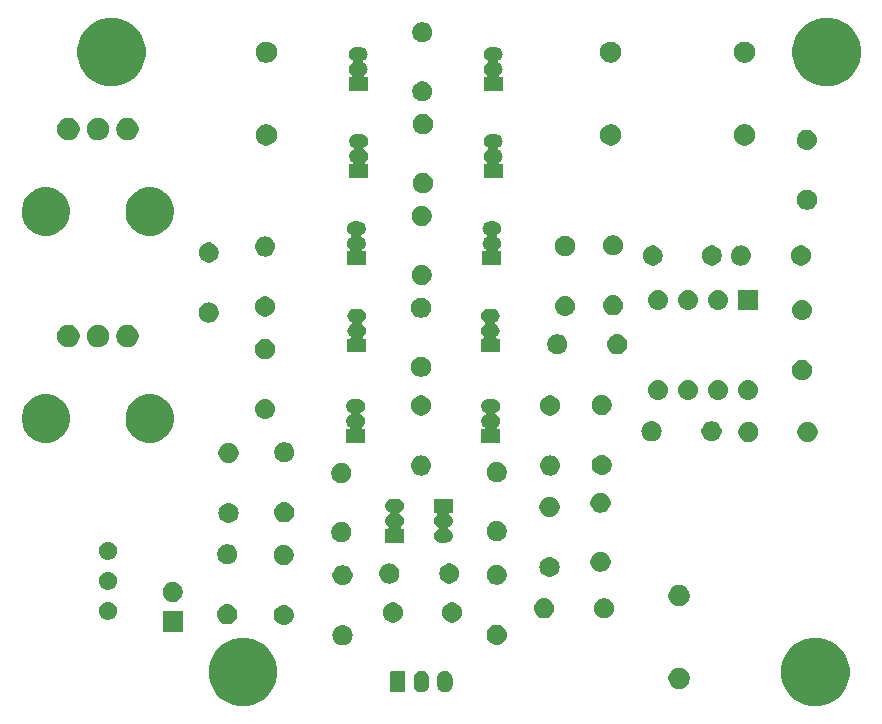
<source format=gbr>
G04 #@! TF.GenerationSoftware,KiCad,Pcbnew,(5.0.1)-rc2*
G04 #@! TF.CreationDate,2019-02-04T01:37:49-05:00*
G04 #@! TF.ProjectId,ladder_filter,6C61646465725F66696C7465722E6B69,rev?*
G04 #@! TF.SameCoordinates,Original*
G04 #@! TF.FileFunction,Soldermask,Bot*
G04 #@! TF.FilePolarity,Negative*
%FSLAX46Y46*%
G04 Gerber Fmt 4.6, Leading zero omitted, Abs format (unit mm)*
G04 Created by KiCad (PCBNEW (5.0.1)-rc2) date 2/4/2019 1:37:49 AM*
%MOMM*%
%LPD*%
G01*
G04 APERTURE LIST*
%ADD10C,0.100000*%
G04 APERTURE END LIST*
D10*
G36*
X201607790Y-85754883D02*
X202135738Y-85973566D01*
X202610883Y-86291048D01*
X203014952Y-86695117D01*
X203332434Y-87170262D01*
X203551117Y-87698210D01*
X203662600Y-88258675D01*
X203662600Y-88830125D01*
X203551117Y-89390590D01*
X203332434Y-89918538D01*
X203014952Y-90393683D01*
X202610883Y-90797752D01*
X202135738Y-91115234D01*
X201607790Y-91333917D01*
X201047325Y-91445400D01*
X200475875Y-91445400D01*
X199915410Y-91333917D01*
X199387462Y-91115234D01*
X198912317Y-90797752D01*
X198508248Y-90393683D01*
X198190766Y-89918538D01*
X197972083Y-89390590D01*
X197860600Y-88830125D01*
X197860600Y-88258675D01*
X197972083Y-87698210D01*
X198190766Y-87170262D01*
X198508248Y-86695117D01*
X198912317Y-86291048D01*
X199387462Y-85973566D01*
X199915410Y-85754883D01*
X200475875Y-85643400D01*
X201047325Y-85643400D01*
X201607790Y-85754883D01*
X201607790Y-85754883D01*
G37*
G36*
X153144590Y-85754883D02*
X153672538Y-85973566D01*
X154147683Y-86291048D01*
X154551752Y-86695117D01*
X154869234Y-87170262D01*
X155087917Y-87698210D01*
X155199400Y-88258675D01*
X155199400Y-88830125D01*
X155087917Y-89390590D01*
X154869234Y-89918538D01*
X154551752Y-90393683D01*
X154147683Y-90797752D01*
X153672538Y-91115234D01*
X153144590Y-91333917D01*
X152584125Y-91445400D01*
X152012675Y-91445400D01*
X151452210Y-91333917D01*
X150924262Y-91115234D01*
X150449117Y-90797752D01*
X150045048Y-90393683D01*
X149727566Y-89918538D01*
X149508883Y-89390590D01*
X149397400Y-88830125D01*
X149397400Y-88258675D01*
X149508883Y-87698210D01*
X149727566Y-87170262D01*
X150045048Y-86695117D01*
X150449117Y-86291048D01*
X150924262Y-85973566D01*
X151452210Y-85754883D01*
X152012675Y-85643400D01*
X152584125Y-85643400D01*
X153144590Y-85754883D01*
X153144590Y-85754883D01*
G37*
G36*
X169532417Y-88440620D02*
X169614226Y-88465437D01*
X169655132Y-88477845D01*
X169677344Y-88489718D01*
X169768225Y-88538295D01*
X169768227Y-88538296D01*
X169768226Y-88538296D01*
X169841765Y-88598647D01*
X169867353Y-88619647D01*
X169948705Y-88718774D01*
X169948706Y-88718776D01*
X170009155Y-88831867D01*
X170021563Y-88872773D01*
X170046380Y-88954582D01*
X170055800Y-89050227D01*
X170055800Y-89664173D01*
X170046380Y-89759818D01*
X170021563Y-89841627D01*
X170009155Y-89882533D01*
X169989909Y-89918539D01*
X169948705Y-89995626D01*
X169867353Y-90094753D01*
X169768226Y-90176105D01*
X169768224Y-90176106D01*
X169655133Y-90236555D01*
X169614227Y-90248963D01*
X169532418Y-90273780D01*
X169404800Y-90286349D01*
X169277183Y-90273780D01*
X169195374Y-90248963D01*
X169154468Y-90236555D01*
X169041377Y-90176106D01*
X169041375Y-90176105D01*
X168942248Y-90094753D01*
X168860895Y-89995626D01*
X168805749Y-89892456D01*
X168800445Y-89882533D01*
X168788037Y-89841627D01*
X168763220Y-89759818D01*
X168753800Y-89664173D01*
X168753800Y-89050228D01*
X168763220Y-88954583D01*
X168800445Y-88831869D01*
X168800445Y-88831868D01*
X168832757Y-88771418D01*
X168860895Y-88718775D01*
X168942247Y-88619647D01*
X169041374Y-88538295D01*
X169076269Y-88519643D01*
X169154467Y-88477845D01*
X169195373Y-88465437D01*
X169277182Y-88440620D01*
X169404800Y-88428051D01*
X169532417Y-88440620D01*
X169532417Y-88440620D01*
G37*
G36*
X167532417Y-88440620D02*
X167614226Y-88465437D01*
X167655132Y-88477845D01*
X167677344Y-88489718D01*
X167768225Y-88538295D01*
X167768227Y-88538296D01*
X167768226Y-88538296D01*
X167841765Y-88598647D01*
X167867353Y-88619647D01*
X167948705Y-88718774D01*
X167948706Y-88718776D01*
X168009155Y-88831867D01*
X168021563Y-88872773D01*
X168046380Y-88954582D01*
X168055800Y-89050227D01*
X168055800Y-89664173D01*
X168046380Y-89759818D01*
X168021563Y-89841627D01*
X168009155Y-89882533D01*
X167989909Y-89918539D01*
X167948705Y-89995626D01*
X167867353Y-90094753D01*
X167768226Y-90176105D01*
X167768224Y-90176106D01*
X167655133Y-90236555D01*
X167614227Y-90248963D01*
X167532418Y-90273780D01*
X167404800Y-90286349D01*
X167277183Y-90273780D01*
X167195374Y-90248963D01*
X167154468Y-90236555D01*
X167041377Y-90176106D01*
X167041375Y-90176105D01*
X166942248Y-90094753D01*
X166860895Y-89995626D01*
X166805749Y-89892456D01*
X166800445Y-89882533D01*
X166788037Y-89841627D01*
X166763220Y-89759818D01*
X166753800Y-89664173D01*
X166753800Y-89050228D01*
X166763220Y-88954583D01*
X166800445Y-88831869D01*
X166800445Y-88831868D01*
X166832757Y-88771418D01*
X166860895Y-88718775D01*
X166942247Y-88619647D01*
X167041374Y-88538295D01*
X167076269Y-88519643D01*
X167154467Y-88477845D01*
X167195373Y-88465437D01*
X167277182Y-88440620D01*
X167404800Y-88428051D01*
X167532417Y-88440620D01*
X167532417Y-88440620D01*
G37*
G36*
X165896042Y-88435604D02*
X165933139Y-88446857D01*
X165967320Y-88465127D01*
X165997282Y-88489718D01*
X166021873Y-88519680D01*
X166040143Y-88553861D01*
X166051396Y-88590958D01*
X166055800Y-88635673D01*
X166055800Y-90078727D01*
X166051396Y-90123442D01*
X166040143Y-90160539D01*
X166021873Y-90194720D01*
X165997282Y-90224682D01*
X165967320Y-90249273D01*
X165933139Y-90267543D01*
X165896042Y-90278796D01*
X165851327Y-90283200D01*
X164958273Y-90283200D01*
X164913558Y-90278796D01*
X164876461Y-90267543D01*
X164842280Y-90249273D01*
X164812318Y-90224682D01*
X164787727Y-90194720D01*
X164769457Y-90160539D01*
X164758204Y-90123442D01*
X164753800Y-90078727D01*
X164753800Y-88635673D01*
X164758204Y-88590958D01*
X164769457Y-88553861D01*
X164787727Y-88519680D01*
X164812318Y-88489718D01*
X164842280Y-88465127D01*
X164876461Y-88446857D01*
X164913558Y-88435604D01*
X164958273Y-88431200D01*
X165851327Y-88431200D01*
X165896042Y-88435604D01*
X165896042Y-88435604D01*
G37*
G36*
X189492812Y-88227624D02*
X189656784Y-88295544D01*
X189804354Y-88394147D01*
X189929853Y-88519646D01*
X190028456Y-88667216D01*
X190096376Y-88831188D01*
X190131000Y-89005259D01*
X190131000Y-89182741D01*
X190096376Y-89356812D01*
X190028456Y-89520784D01*
X189929853Y-89668354D01*
X189804354Y-89793853D01*
X189656784Y-89892456D01*
X189492812Y-89960376D01*
X189318741Y-89995000D01*
X189141259Y-89995000D01*
X188967188Y-89960376D01*
X188803216Y-89892456D01*
X188655646Y-89793853D01*
X188530147Y-89668354D01*
X188431544Y-89520784D01*
X188363624Y-89356812D01*
X188329000Y-89182741D01*
X188329000Y-89005259D01*
X188363624Y-88831188D01*
X188431544Y-88667216D01*
X188530147Y-88519646D01*
X188655646Y-88394147D01*
X188803216Y-88295544D01*
X188967188Y-88227624D01*
X189141259Y-88193000D01*
X189318741Y-88193000D01*
X189492812Y-88227624D01*
X189492812Y-88227624D01*
G37*
G36*
X160898021Y-84606913D02*
X160898024Y-84606914D01*
X160898025Y-84606914D01*
X161058439Y-84655575D01*
X161058441Y-84655576D01*
X161058444Y-84655577D01*
X161206278Y-84734595D01*
X161335859Y-84840941D01*
X161442205Y-84970522D01*
X161521223Y-85118356D01*
X161521224Y-85118359D01*
X161521225Y-85118361D01*
X161554476Y-85227975D01*
X161569887Y-85278779D01*
X161586317Y-85445600D01*
X161569887Y-85612421D01*
X161569886Y-85612424D01*
X161569886Y-85612425D01*
X161526672Y-85754884D01*
X161521223Y-85772844D01*
X161442205Y-85920678D01*
X161335859Y-86050259D01*
X161206278Y-86156605D01*
X161058444Y-86235623D01*
X161058441Y-86235624D01*
X161058439Y-86235625D01*
X160898025Y-86284286D01*
X160898024Y-86284286D01*
X160898021Y-86284287D01*
X160773004Y-86296600D01*
X160689396Y-86296600D01*
X160564379Y-86284287D01*
X160564376Y-86284286D01*
X160564375Y-86284286D01*
X160403961Y-86235625D01*
X160403959Y-86235624D01*
X160403956Y-86235623D01*
X160256122Y-86156605D01*
X160126541Y-86050259D01*
X160020195Y-85920678D01*
X159941177Y-85772844D01*
X159935729Y-85754884D01*
X159892514Y-85612425D01*
X159892514Y-85612424D01*
X159892513Y-85612421D01*
X159876083Y-85445600D01*
X159892513Y-85278779D01*
X159907924Y-85227975D01*
X159941175Y-85118361D01*
X159941176Y-85118359D01*
X159941177Y-85118356D01*
X160020195Y-84970522D01*
X160126541Y-84840941D01*
X160256122Y-84734595D01*
X160403956Y-84655577D01*
X160403959Y-84655576D01*
X160403961Y-84655575D01*
X160564375Y-84606914D01*
X160564376Y-84606914D01*
X160564379Y-84606913D01*
X160689396Y-84594600D01*
X160773004Y-84594600D01*
X160898021Y-84606913D01*
X160898021Y-84606913D01*
G37*
G36*
X173953621Y-84556113D02*
X173953624Y-84556114D01*
X173953625Y-84556114D01*
X174114039Y-84604775D01*
X174114041Y-84604776D01*
X174114044Y-84604777D01*
X174261878Y-84683795D01*
X174391459Y-84790141D01*
X174497805Y-84919722D01*
X174576823Y-85067556D01*
X174576824Y-85067559D01*
X174576825Y-85067561D01*
X174625486Y-85227975D01*
X174625487Y-85227979D01*
X174641917Y-85394800D01*
X174625487Y-85561621D01*
X174576823Y-85722044D01*
X174497805Y-85869878D01*
X174391459Y-85999459D01*
X174261878Y-86105805D01*
X174114044Y-86184823D01*
X174114041Y-86184824D01*
X174114039Y-86184825D01*
X173953625Y-86233486D01*
X173953624Y-86233486D01*
X173953621Y-86233487D01*
X173828604Y-86245800D01*
X173744996Y-86245800D01*
X173619979Y-86233487D01*
X173619976Y-86233486D01*
X173619975Y-86233486D01*
X173459561Y-86184825D01*
X173459559Y-86184824D01*
X173459556Y-86184823D01*
X173311722Y-86105805D01*
X173182141Y-85999459D01*
X173075795Y-85869878D01*
X172996777Y-85722044D01*
X172948113Y-85561621D01*
X172931683Y-85394800D01*
X172948113Y-85227979D01*
X172948114Y-85227975D01*
X172996775Y-85067561D01*
X172996776Y-85067559D01*
X172996777Y-85067556D01*
X173075795Y-84919722D01*
X173182141Y-84790141D01*
X173311722Y-84683795D01*
X173459556Y-84604777D01*
X173459559Y-84604776D01*
X173459561Y-84604775D01*
X173619975Y-84556114D01*
X173619976Y-84556114D01*
X173619979Y-84556113D01*
X173744996Y-84543800D01*
X173828604Y-84543800D01*
X173953621Y-84556113D01*
X173953621Y-84556113D01*
G37*
G36*
X147205800Y-85128200D02*
X145503800Y-85128200D01*
X145503800Y-83426200D01*
X147205800Y-83426200D01*
X147205800Y-85128200D01*
X147205800Y-85128200D01*
G37*
G36*
X155919621Y-82879713D02*
X155919624Y-82879714D01*
X155919625Y-82879714D01*
X156080039Y-82928375D01*
X156080041Y-82928376D01*
X156080044Y-82928377D01*
X156227878Y-83007395D01*
X156357459Y-83113741D01*
X156463805Y-83243322D01*
X156542823Y-83391156D01*
X156542824Y-83391159D01*
X156542825Y-83391161D01*
X156571850Y-83486844D01*
X156591487Y-83551579D01*
X156607917Y-83718400D01*
X156591487Y-83885221D01*
X156591486Y-83885224D01*
X156591486Y-83885225D01*
X156563375Y-83977896D01*
X156542823Y-84045644D01*
X156463805Y-84193478D01*
X156357459Y-84323059D01*
X156227878Y-84429405D01*
X156080044Y-84508423D01*
X156080041Y-84508424D01*
X156080039Y-84508425D01*
X155919625Y-84557086D01*
X155919624Y-84557086D01*
X155919621Y-84557087D01*
X155794604Y-84569400D01*
X155710996Y-84569400D01*
X155585979Y-84557087D01*
X155585976Y-84557086D01*
X155585975Y-84557086D01*
X155425561Y-84508425D01*
X155425559Y-84508424D01*
X155425556Y-84508423D01*
X155277722Y-84429405D01*
X155148141Y-84323059D01*
X155041795Y-84193478D01*
X154962777Y-84045644D01*
X154942226Y-83977896D01*
X154914114Y-83885225D01*
X154914114Y-83885224D01*
X154914113Y-83885221D01*
X154897683Y-83718400D01*
X154914113Y-83551579D01*
X154933750Y-83486844D01*
X154962775Y-83391161D01*
X154962776Y-83391159D01*
X154962777Y-83391156D01*
X155041795Y-83243322D01*
X155148141Y-83113741D01*
X155277722Y-83007395D01*
X155425556Y-82928377D01*
X155425559Y-82928376D01*
X155425561Y-82928375D01*
X155585975Y-82879714D01*
X155585976Y-82879714D01*
X155585979Y-82879713D01*
X155710996Y-82867400D01*
X155794604Y-82867400D01*
X155919621Y-82879713D01*
X155919621Y-82879713D01*
G37*
G36*
X151144421Y-82828913D02*
X151144424Y-82828914D01*
X151144425Y-82828914D01*
X151304839Y-82877575D01*
X151304841Y-82877576D01*
X151304844Y-82877577D01*
X151452678Y-82956595D01*
X151582259Y-83062941D01*
X151688605Y-83192522D01*
X151767623Y-83340356D01*
X151767624Y-83340359D01*
X151767625Y-83340361D01*
X151812060Y-83486844D01*
X151816287Y-83500779D01*
X151832717Y-83667600D01*
X151816287Y-83834421D01*
X151816286Y-83834424D01*
X151816286Y-83834425D01*
X151772765Y-83977896D01*
X151767623Y-83994844D01*
X151688605Y-84142678D01*
X151582259Y-84272259D01*
X151452678Y-84378605D01*
X151304844Y-84457623D01*
X151304841Y-84457624D01*
X151304839Y-84457625D01*
X151144425Y-84506286D01*
X151144424Y-84506286D01*
X151144421Y-84506287D01*
X151019404Y-84518600D01*
X150935796Y-84518600D01*
X150810779Y-84506287D01*
X150810776Y-84506286D01*
X150810775Y-84506286D01*
X150650361Y-84457625D01*
X150650359Y-84457624D01*
X150650356Y-84457623D01*
X150502522Y-84378605D01*
X150372941Y-84272259D01*
X150266595Y-84142678D01*
X150187577Y-83994844D01*
X150182436Y-83977896D01*
X150138914Y-83834425D01*
X150138914Y-83834424D01*
X150138913Y-83834421D01*
X150122483Y-83667600D01*
X150138913Y-83500779D01*
X150143140Y-83486844D01*
X150187575Y-83340361D01*
X150187576Y-83340359D01*
X150187577Y-83340356D01*
X150266595Y-83192522D01*
X150372941Y-83062941D01*
X150502522Y-82956595D01*
X150650356Y-82877577D01*
X150650359Y-82877576D01*
X150650361Y-82877575D01*
X150810775Y-82828914D01*
X150810776Y-82828914D01*
X150810779Y-82828913D01*
X150935796Y-82816600D01*
X151019404Y-82816600D01*
X151144421Y-82828913D01*
X151144421Y-82828913D01*
G37*
G36*
X165246628Y-82696903D02*
X165401500Y-82761053D01*
X165540881Y-82854185D01*
X165659415Y-82972719D01*
X165752547Y-83112100D01*
X165816697Y-83266972D01*
X165849400Y-83431384D01*
X165849400Y-83599016D01*
X165816697Y-83763428D01*
X165752547Y-83918300D01*
X165659415Y-84057681D01*
X165540881Y-84176215D01*
X165401500Y-84269347D01*
X165246628Y-84333497D01*
X165082216Y-84366200D01*
X164914584Y-84366200D01*
X164750172Y-84333497D01*
X164595300Y-84269347D01*
X164455919Y-84176215D01*
X164337385Y-84057681D01*
X164244253Y-83918300D01*
X164180103Y-83763428D01*
X164147400Y-83599016D01*
X164147400Y-83431384D01*
X164180103Y-83266972D01*
X164244253Y-83112100D01*
X164337385Y-82972719D01*
X164455919Y-82854185D01*
X164595300Y-82761053D01*
X164750172Y-82696903D01*
X164914584Y-82664200D01*
X165082216Y-82664200D01*
X165246628Y-82696903D01*
X165246628Y-82696903D01*
G37*
G36*
X170246628Y-82696903D02*
X170401500Y-82761053D01*
X170540881Y-82854185D01*
X170659415Y-82972719D01*
X170752547Y-83112100D01*
X170816697Y-83266972D01*
X170849400Y-83431384D01*
X170849400Y-83599016D01*
X170816697Y-83763428D01*
X170752547Y-83918300D01*
X170659415Y-84057681D01*
X170540881Y-84176215D01*
X170401500Y-84269347D01*
X170246628Y-84333497D01*
X170082216Y-84366200D01*
X169914584Y-84366200D01*
X169750172Y-84333497D01*
X169595300Y-84269347D01*
X169455919Y-84176215D01*
X169337385Y-84057681D01*
X169244253Y-83918300D01*
X169180103Y-83763428D01*
X169147400Y-83599016D01*
X169147400Y-83431384D01*
X169180103Y-83266972D01*
X169244253Y-83112100D01*
X169337385Y-82972719D01*
X169455919Y-82854185D01*
X169595300Y-82761053D01*
X169750172Y-82696903D01*
X169914584Y-82664200D01*
X170082216Y-82664200D01*
X170246628Y-82696903D01*
X170246628Y-82696903D01*
G37*
G36*
X140993989Y-82601676D02*
X141093293Y-82621429D01*
X141233606Y-82679548D01*
X141359884Y-82763925D01*
X141467275Y-82871316D01*
X141551652Y-82997594D01*
X141609771Y-83137907D01*
X141629524Y-83237211D01*
X141635444Y-83266972D01*
X141639400Y-83286863D01*
X141639400Y-83438737D01*
X141609771Y-83587693D01*
X141551652Y-83728006D01*
X141467275Y-83854284D01*
X141359884Y-83961675D01*
X141233606Y-84046052D01*
X141093293Y-84104171D01*
X140993989Y-84123924D01*
X140944338Y-84133800D01*
X140792462Y-84133800D01*
X140742811Y-84123924D01*
X140643507Y-84104171D01*
X140503194Y-84046052D01*
X140376916Y-83961675D01*
X140269525Y-83854284D01*
X140185148Y-83728006D01*
X140127029Y-83587693D01*
X140097400Y-83438737D01*
X140097400Y-83286863D01*
X140101357Y-83266972D01*
X140107276Y-83237211D01*
X140127029Y-83137907D01*
X140185148Y-82997594D01*
X140269525Y-82871316D01*
X140376916Y-82763925D01*
X140503194Y-82679548D01*
X140643507Y-82621429D01*
X140742811Y-82601676D01*
X140792462Y-82591800D01*
X140944338Y-82591800D01*
X140993989Y-82601676D01*
X140993989Y-82601676D01*
G37*
G36*
X183128228Y-82341303D02*
X183283100Y-82405453D01*
X183422481Y-82498585D01*
X183541015Y-82617119D01*
X183634147Y-82756500D01*
X183698297Y-82911372D01*
X183731000Y-83075784D01*
X183731000Y-83243416D01*
X183698297Y-83407828D01*
X183634147Y-83562700D01*
X183541015Y-83702081D01*
X183422481Y-83820615D01*
X183283100Y-83913747D01*
X183128228Y-83977897D01*
X182963816Y-84010600D01*
X182796184Y-84010600D01*
X182631772Y-83977897D01*
X182476900Y-83913747D01*
X182337519Y-83820615D01*
X182218985Y-83702081D01*
X182125853Y-83562700D01*
X182061703Y-83407828D01*
X182029000Y-83243416D01*
X182029000Y-83075784D01*
X182061703Y-82911372D01*
X182125853Y-82756500D01*
X182218985Y-82617119D01*
X182337519Y-82498585D01*
X182476900Y-82405453D01*
X182631772Y-82341303D01*
X182796184Y-82308600D01*
X182963816Y-82308600D01*
X183128228Y-82341303D01*
X183128228Y-82341303D01*
G37*
G36*
X177966821Y-82320913D02*
X177966824Y-82320914D01*
X177966825Y-82320914D01*
X178127239Y-82369575D01*
X178127241Y-82369576D01*
X178127244Y-82369577D01*
X178275078Y-82448595D01*
X178404659Y-82554941D01*
X178511005Y-82684522D01*
X178590023Y-82832356D01*
X178590024Y-82832359D01*
X178590025Y-82832361D01*
X178628858Y-82960376D01*
X178638687Y-82992779D01*
X178655117Y-83159600D01*
X178638687Y-83326421D01*
X178638686Y-83326424D01*
X178638686Y-83326425D01*
X178604617Y-83438737D01*
X178590023Y-83486844D01*
X178511005Y-83634678D01*
X178404659Y-83764259D01*
X178275078Y-83870605D01*
X178127244Y-83949623D01*
X178127241Y-83949624D01*
X178127239Y-83949625D01*
X177966825Y-83998286D01*
X177966824Y-83998286D01*
X177966821Y-83998287D01*
X177841804Y-84010600D01*
X177758196Y-84010600D01*
X177633179Y-83998287D01*
X177633176Y-83998286D01*
X177633175Y-83998286D01*
X177472761Y-83949625D01*
X177472759Y-83949624D01*
X177472756Y-83949623D01*
X177324922Y-83870605D01*
X177195341Y-83764259D01*
X177088995Y-83634678D01*
X177009977Y-83486844D01*
X176995384Y-83438737D01*
X176961314Y-83326425D01*
X176961314Y-83326424D01*
X176961313Y-83326421D01*
X176944883Y-83159600D01*
X176961313Y-82992779D01*
X176971142Y-82960376D01*
X177009975Y-82832361D01*
X177009976Y-82832359D01*
X177009977Y-82832356D01*
X177088995Y-82684522D01*
X177195341Y-82554941D01*
X177324922Y-82448595D01*
X177472756Y-82369577D01*
X177472759Y-82369576D01*
X177472761Y-82369575D01*
X177633175Y-82320914D01*
X177633176Y-82320914D01*
X177633179Y-82320913D01*
X177758196Y-82308600D01*
X177841804Y-82308600D01*
X177966821Y-82320913D01*
X177966821Y-82320913D01*
G37*
G36*
X189492812Y-81227624D02*
X189656784Y-81295544D01*
X189804354Y-81394147D01*
X189929853Y-81519646D01*
X190028456Y-81667216D01*
X190096376Y-81831188D01*
X190131000Y-82005259D01*
X190131000Y-82182741D01*
X190096376Y-82356812D01*
X190028456Y-82520784D01*
X189929853Y-82668354D01*
X189804354Y-82793853D01*
X189656784Y-82892456D01*
X189492812Y-82960376D01*
X189318741Y-82995000D01*
X189141259Y-82995000D01*
X188967188Y-82960376D01*
X188803216Y-82892456D01*
X188655646Y-82793853D01*
X188530147Y-82668354D01*
X188431544Y-82520784D01*
X188363624Y-82356812D01*
X188329000Y-82182741D01*
X188329000Y-82005259D01*
X188363624Y-81831188D01*
X188431544Y-81667216D01*
X188530147Y-81519646D01*
X188655646Y-81394147D01*
X188803216Y-81295544D01*
X188967188Y-81227624D01*
X189141259Y-81193000D01*
X189318741Y-81193000D01*
X189492812Y-81227624D01*
X189492812Y-81227624D01*
G37*
G36*
X146603028Y-80958903D02*
X146757900Y-81023053D01*
X146897281Y-81116185D01*
X147015815Y-81234719D01*
X147108947Y-81374100D01*
X147173097Y-81528972D01*
X147205800Y-81693384D01*
X147205800Y-81861016D01*
X147173097Y-82025428D01*
X147108947Y-82180300D01*
X147015815Y-82319681D01*
X146897281Y-82438215D01*
X146757900Y-82531347D01*
X146603028Y-82595497D01*
X146438616Y-82628200D01*
X146270984Y-82628200D01*
X146106572Y-82595497D01*
X145951700Y-82531347D01*
X145812319Y-82438215D01*
X145693785Y-82319681D01*
X145600653Y-82180300D01*
X145536503Y-82025428D01*
X145503800Y-81861016D01*
X145503800Y-81693384D01*
X145536503Y-81528972D01*
X145600653Y-81374100D01*
X145693785Y-81234719D01*
X145812319Y-81116185D01*
X145951700Y-81023053D01*
X146106572Y-80958903D01*
X146270984Y-80926200D01*
X146438616Y-80926200D01*
X146603028Y-80958903D01*
X146603028Y-80958903D01*
G37*
G36*
X140993989Y-80061676D02*
X141093293Y-80081429D01*
X141233606Y-80139548D01*
X141359884Y-80223925D01*
X141467275Y-80331316D01*
X141551652Y-80457594D01*
X141609771Y-80597907D01*
X141627747Y-80688278D01*
X141639400Y-80746862D01*
X141639400Y-80898738D01*
X141634334Y-80924204D01*
X141609771Y-81047693D01*
X141551652Y-81188006D01*
X141467275Y-81314284D01*
X141359884Y-81421675D01*
X141233606Y-81506052D01*
X141093293Y-81564171D01*
X140993989Y-81583924D01*
X140944338Y-81593800D01*
X140792462Y-81593800D01*
X140742811Y-81583924D01*
X140643507Y-81564171D01*
X140503194Y-81506052D01*
X140376916Y-81421675D01*
X140269525Y-81314284D01*
X140185148Y-81188006D01*
X140127029Y-81047693D01*
X140102466Y-80924204D01*
X140097400Y-80898738D01*
X140097400Y-80746862D01*
X140109053Y-80688278D01*
X140127029Y-80597907D01*
X140185148Y-80457594D01*
X140269525Y-80331316D01*
X140376916Y-80223925D01*
X140503194Y-80139548D01*
X140643507Y-80081429D01*
X140742811Y-80061676D01*
X140792462Y-80051800D01*
X140944338Y-80051800D01*
X140993989Y-80061676D01*
X140993989Y-80061676D01*
G37*
G36*
X160979428Y-79547303D02*
X161134300Y-79611453D01*
X161273681Y-79704585D01*
X161392215Y-79823119D01*
X161485347Y-79962500D01*
X161549497Y-80117372D01*
X161582200Y-80281784D01*
X161582200Y-80449416D01*
X161549497Y-80613828D01*
X161485347Y-80768700D01*
X161392215Y-80908081D01*
X161273681Y-81026615D01*
X161134300Y-81119747D01*
X160979428Y-81183897D01*
X160815016Y-81216600D01*
X160647384Y-81216600D01*
X160482972Y-81183897D01*
X160328100Y-81119747D01*
X160188719Y-81026615D01*
X160070185Y-80908081D01*
X159977053Y-80768700D01*
X159912903Y-80613828D01*
X159880200Y-80449416D01*
X159880200Y-80281784D01*
X159912903Y-80117372D01*
X159977053Y-79962500D01*
X160070185Y-79823119D01*
X160188719Y-79704585D01*
X160328100Y-79611453D01*
X160482972Y-79547303D01*
X160647384Y-79514600D01*
X160815016Y-79514600D01*
X160979428Y-79547303D01*
X160979428Y-79547303D01*
G37*
G36*
X174035028Y-79496503D02*
X174189900Y-79560653D01*
X174329281Y-79653785D01*
X174447815Y-79772319D01*
X174540947Y-79911700D01*
X174605097Y-80066572D01*
X174637800Y-80230984D01*
X174637800Y-80398616D01*
X174605097Y-80563028D01*
X174540947Y-80717900D01*
X174447815Y-80857281D01*
X174329281Y-80975815D01*
X174189900Y-81068947D01*
X174035028Y-81133097D01*
X173870616Y-81165800D01*
X173702984Y-81165800D01*
X173538572Y-81133097D01*
X173383700Y-81068947D01*
X173244319Y-80975815D01*
X173125785Y-80857281D01*
X173032653Y-80717900D01*
X172968503Y-80563028D01*
X172935800Y-80398616D01*
X172935800Y-80230984D01*
X172968503Y-80066572D01*
X173032653Y-79911700D01*
X173125785Y-79772319D01*
X173244319Y-79653785D01*
X173383700Y-79560653D01*
X173538572Y-79496503D01*
X173702984Y-79463800D01*
X173870616Y-79463800D01*
X174035028Y-79496503D01*
X174035028Y-79496503D01*
G37*
G36*
X164860421Y-79374513D02*
X164860424Y-79374514D01*
X164860425Y-79374514D01*
X165020839Y-79423175D01*
X165020841Y-79423176D01*
X165020844Y-79423177D01*
X165168678Y-79502195D01*
X165298259Y-79608541D01*
X165404605Y-79738122D01*
X165483623Y-79885956D01*
X165483624Y-79885959D01*
X165483625Y-79885961D01*
X165532286Y-80046375D01*
X165532287Y-80046379D01*
X165548717Y-80213200D01*
X165532287Y-80380021D01*
X165532286Y-80380024D01*
X165532286Y-80380025D01*
X165507593Y-80461428D01*
X165483623Y-80540444D01*
X165404605Y-80688278D01*
X165298259Y-80817859D01*
X165168678Y-80924205D01*
X165020844Y-81003223D01*
X165020841Y-81003224D01*
X165020839Y-81003225D01*
X164860425Y-81051886D01*
X164860424Y-81051886D01*
X164860421Y-81051887D01*
X164735404Y-81064200D01*
X164651796Y-81064200D01*
X164526779Y-81051887D01*
X164526776Y-81051886D01*
X164526775Y-81051886D01*
X164366361Y-81003225D01*
X164366359Y-81003224D01*
X164366356Y-81003223D01*
X164218522Y-80924205D01*
X164088941Y-80817859D01*
X163982595Y-80688278D01*
X163903577Y-80540444D01*
X163879608Y-80461428D01*
X163854914Y-80380025D01*
X163854914Y-80380024D01*
X163854913Y-80380021D01*
X163838483Y-80213200D01*
X163854913Y-80046379D01*
X163854914Y-80046375D01*
X163903575Y-79885961D01*
X163903576Y-79885959D01*
X163903577Y-79885956D01*
X163982595Y-79738122D01*
X164088941Y-79608541D01*
X164218522Y-79502195D01*
X164366356Y-79423177D01*
X164366359Y-79423176D01*
X164366361Y-79423175D01*
X164526775Y-79374514D01*
X164526776Y-79374514D01*
X164526779Y-79374513D01*
X164651796Y-79362200D01*
X164735404Y-79362200D01*
X164860421Y-79374513D01*
X164860421Y-79374513D01*
G37*
G36*
X170021828Y-79394903D02*
X170176700Y-79459053D01*
X170316081Y-79552185D01*
X170434615Y-79670719D01*
X170527747Y-79810100D01*
X170591897Y-79964972D01*
X170624600Y-80129384D01*
X170624600Y-80297016D01*
X170591897Y-80461428D01*
X170527747Y-80616300D01*
X170434615Y-80755681D01*
X170316081Y-80874215D01*
X170176700Y-80967347D01*
X170021828Y-81031497D01*
X169857416Y-81064200D01*
X169689784Y-81064200D01*
X169525372Y-81031497D01*
X169370500Y-80967347D01*
X169231119Y-80874215D01*
X169112585Y-80755681D01*
X169019453Y-80616300D01*
X168955303Y-80461428D01*
X168922600Y-80297016D01*
X168922600Y-80129384D01*
X168955303Y-79964972D01*
X169019453Y-79810100D01*
X169112585Y-79670719D01*
X169231119Y-79552185D01*
X169370500Y-79459053D01*
X169525372Y-79394903D01*
X169689784Y-79362200D01*
X169857416Y-79362200D01*
X170021828Y-79394903D01*
X170021828Y-79394903D01*
G37*
G36*
X178424021Y-78815713D02*
X178424024Y-78815714D01*
X178424025Y-78815714D01*
X178584439Y-78864375D01*
X178584441Y-78864376D01*
X178584444Y-78864377D01*
X178732278Y-78943395D01*
X178861859Y-79049741D01*
X178968205Y-79179322D01*
X179047223Y-79327156D01*
X179047224Y-79327159D01*
X179047225Y-79327161D01*
X179086519Y-79456696D01*
X179095887Y-79487579D01*
X179112317Y-79654400D01*
X179095887Y-79821221D01*
X179095886Y-79821224D01*
X179095886Y-79821225D01*
X179049862Y-79972947D01*
X179047223Y-79981644D01*
X178968205Y-80129478D01*
X178861859Y-80259059D01*
X178732278Y-80365405D01*
X178584444Y-80444423D01*
X178584441Y-80444424D01*
X178584439Y-80444425D01*
X178424025Y-80493086D01*
X178424024Y-80493086D01*
X178424021Y-80493087D01*
X178299004Y-80505400D01*
X178215396Y-80505400D01*
X178090379Y-80493087D01*
X178090376Y-80493086D01*
X178090375Y-80493086D01*
X177929961Y-80444425D01*
X177929959Y-80444424D01*
X177929956Y-80444423D01*
X177782122Y-80365405D01*
X177652541Y-80259059D01*
X177546195Y-80129478D01*
X177467177Y-79981644D01*
X177464539Y-79972947D01*
X177418514Y-79821225D01*
X177418514Y-79821224D01*
X177418513Y-79821221D01*
X177402083Y-79654400D01*
X177418513Y-79487579D01*
X177427881Y-79456696D01*
X177467175Y-79327161D01*
X177467176Y-79327159D01*
X177467177Y-79327156D01*
X177546195Y-79179322D01*
X177652541Y-79049741D01*
X177782122Y-78943395D01*
X177929956Y-78864377D01*
X177929959Y-78864376D01*
X177929961Y-78864375D01*
X178090375Y-78815714D01*
X178090376Y-78815714D01*
X178090379Y-78815713D01*
X178215396Y-78803400D01*
X178299004Y-78803400D01*
X178424021Y-78815713D01*
X178424021Y-78815713D01*
G37*
G36*
X182823428Y-78400503D02*
X182978300Y-78464653D01*
X183117681Y-78557785D01*
X183236215Y-78676319D01*
X183329347Y-78815700D01*
X183393497Y-78970572D01*
X183426200Y-79134984D01*
X183426200Y-79302616D01*
X183393497Y-79467028D01*
X183329347Y-79621900D01*
X183236215Y-79761281D01*
X183117681Y-79879815D01*
X182978300Y-79972947D01*
X182823428Y-80037097D01*
X182659016Y-80069800D01*
X182491384Y-80069800D01*
X182326972Y-80037097D01*
X182172100Y-79972947D01*
X182032719Y-79879815D01*
X181914185Y-79761281D01*
X181821053Y-79621900D01*
X181756903Y-79467028D01*
X181724200Y-79302616D01*
X181724200Y-79134984D01*
X181756903Y-78970572D01*
X181821053Y-78815700D01*
X181914185Y-78676319D01*
X182032719Y-78557785D01*
X182172100Y-78464653D01*
X182326972Y-78400503D01*
X182491384Y-78367800D01*
X182659016Y-78367800D01*
X182823428Y-78400503D01*
X182823428Y-78400503D01*
G37*
G36*
X156001028Y-77820103D02*
X156155900Y-77884253D01*
X156295281Y-77977385D01*
X156413815Y-78095919D01*
X156506947Y-78235300D01*
X156571097Y-78390172D01*
X156603800Y-78554584D01*
X156603800Y-78722216D01*
X156571097Y-78886628D01*
X156506947Y-79041500D01*
X156413815Y-79180881D01*
X156295281Y-79299415D01*
X156155900Y-79392547D01*
X156001028Y-79456697D01*
X155836616Y-79489400D01*
X155668984Y-79489400D01*
X155504572Y-79456697D01*
X155349700Y-79392547D01*
X155210319Y-79299415D01*
X155091785Y-79180881D01*
X154998653Y-79041500D01*
X154934503Y-78886628D01*
X154901800Y-78722216D01*
X154901800Y-78554584D01*
X154934503Y-78390172D01*
X154998653Y-78235300D01*
X155091785Y-78095919D01*
X155210319Y-77977385D01*
X155349700Y-77884253D01*
X155504572Y-77820103D01*
X155668984Y-77787400D01*
X155836616Y-77787400D01*
X156001028Y-77820103D01*
X156001028Y-77820103D01*
G37*
G36*
X151225828Y-77769303D02*
X151380700Y-77833453D01*
X151520081Y-77926585D01*
X151638615Y-78045119D01*
X151731747Y-78184500D01*
X151795897Y-78339372D01*
X151828600Y-78503784D01*
X151828600Y-78671416D01*
X151795897Y-78835828D01*
X151731747Y-78990700D01*
X151638615Y-79130081D01*
X151520081Y-79248615D01*
X151380700Y-79341747D01*
X151225828Y-79405897D01*
X151061416Y-79438600D01*
X150893784Y-79438600D01*
X150729372Y-79405897D01*
X150574500Y-79341747D01*
X150435119Y-79248615D01*
X150316585Y-79130081D01*
X150223453Y-78990700D01*
X150159303Y-78835828D01*
X150126600Y-78671416D01*
X150126600Y-78503784D01*
X150159303Y-78339372D01*
X150223453Y-78184500D01*
X150316585Y-78045119D01*
X150435119Y-77926585D01*
X150574500Y-77833453D01*
X150729372Y-77769303D01*
X150893784Y-77736600D01*
X151061416Y-77736600D01*
X151225828Y-77769303D01*
X151225828Y-77769303D01*
G37*
G36*
X140993989Y-77521676D02*
X141093293Y-77541429D01*
X141233606Y-77599548D01*
X141359884Y-77683925D01*
X141467275Y-77791316D01*
X141551652Y-77917594D01*
X141609771Y-78057907D01*
X141639400Y-78206863D01*
X141639400Y-78358737D01*
X141609771Y-78507693D01*
X141551652Y-78648006D01*
X141467275Y-78774284D01*
X141359884Y-78881675D01*
X141233606Y-78966052D01*
X141093293Y-79024171D01*
X140993989Y-79043924D01*
X140944338Y-79053800D01*
X140792462Y-79053800D01*
X140742811Y-79043924D01*
X140643507Y-79024171D01*
X140503194Y-78966052D01*
X140376916Y-78881675D01*
X140269525Y-78774284D01*
X140185148Y-78648006D01*
X140127029Y-78507693D01*
X140097400Y-78358737D01*
X140097400Y-78206863D01*
X140127029Y-78057907D01*
X140185148Y-77917594D01*
X140269525Y-77791316D01*
X140376916Y-77683925D01*
X140503194Y-77599548D01*
X140643507Y-77541429D01*
X140742811Y-77521676D01*
X140792462Y-77511800D01*
X140944338Y-77511800D01*
X140993989Y-77521676D01*
X140993989Y-77521676D01*
G37*
G36*
X165488716Y-73905134D02*
X165597292Y-73938071D01*
X165697357Y-73991556D01*
X165785064Y-74063536D01*
X165857044Y-74151243D01*
X165910529Y-74251308D01*
X165943466Y-74359884D01*
X165954587Y-74472800D01*
X165943466Y-74585716D01*
X165910529Y-74694292D01*
X165905147Y-74704361D01*
X165857044Y-74794357D01*
X165785064Y-74882064D01*
X165697357Y-74954044D01*
X165615943Y-74997560D01*
X165595568Y-75011173D01*
X165578241Y-75028501D01*
X165564627Y-75048875D01*
X165555250Y-75071514D01*
X165550469Y-75095547D01*
X165550469Y-75120052D01*
X165555249Y-75144085D01*
X165564627Y-75166724D01*
X165578240Y-75187099D01*
X165595568Y-75204426D01*
X165615943Y-75218040D01*
X165697357Y-75261556D01*
X165785064Y-75333536D01*
X165857044Y-75421243D01*
X165910529Y-75521308D01*
X165943466Y-75629884D01*
X165954587Y-75742800D01*
X165943466Y-75855716D01*
X165910529Y-75964292D01*
X165909089Y-75966986D01*
X165857044Y-76064357D01*
X165785064Y-76152064D01*
X165708165Y-76215174D01*
X165690838Y-76232501D01*
X165677224Y-76252876D01*
X165667846Y-76275515D01*
X165663066Y-76299548D01*
X165663066Y-76324052D01*
X165667847Y-76348086D01*
X165677224Y-76370725D01*
X165690838Y-76391099D01*
X165708165Y-76408426D01*
X165728540Y-76422040D01*
X165751179Y-76431418D01*
X165787464Y-76436800D01*
X165951800Y-76436800D01*
X165951800Y-77588800D01*
X164349800Y-77588800D01*
X164349800Y-76436800D01*
X164514136Y-76436800D01*
X164538522Y-76434398D01*
X164561971Y-76427285D01*
X164583582Y-76415734D01*
X164602524Y-76400188D01*
X164618070Y-76381246D01*
X164629621Y-76359635D01*
X164636734Y-76336186D01*
X164639136Y-76311800D01*
X164636734Y-76287414D01*
X164629621Y-76263965D01*
X164618070Y-76242354D01*
X164593435Y-76215174D01*
X164516536Y-76152064D01*
X164444556Y-76064357D01*
X164392511Y-75966986D01*
X164391071Y-75964292D01*
X164358134Y-75855716D01*
X164347013Y-75742800D01*
X164358134Y-75629884D01*
X164391071Y-75521308D01*
X164444556Y-75421243D01*
X164516536Y-75333536D01*
X164604243Y-75261556D01*
X164685657Y-75218040D01*
X164706032Y-75204427D01*
X164723359Y-75187099D01*
X164736973Y-75166725D01*
X164746350Y-75144086D01*
X164751131Y-75120053D01*
X164751131Y-75095548D01*
X164746351Y-75071515D01*
X164736973Y-75048876D01*
X164723360Y-75028501D01*
X164706032Y-75011174D01*
X164685657Y-74997560D01*
X164604243Y-74954044D01*
X164516536Y-74882064D01*
X164444556Y-74794357D01*
X164396453Y-74704361D01*
X164391071Y-74694292D01*
X164358134Y-74585716D01*
X164347013Y-74472800D01*
X164358134Y-74359884D01*
X164391071Y-74251308D01*
X164444556Y-74151243D01*
X164516536Y-74063536D01*
X164604243Y-73991556D01*
X164704308Y-73938071D01*
X164812884Y-73905134D01*
X164897502Y-73896800D01*
X165404098Y-73896800D01*
X165488716Y-73905134D01*
X165488716Y-73905134D01*
G37*
G36*
X170066600Y-75048800D02*
X169902264Y-75048800D01*
X169877878Y-75051202D01*
X169854429Y-75058315D01*
X169832818Y-75069866D01*
X169813876Y-75085412D01*
X169798330Y-75104354D01*
X169786779Y-75125965D01*
X169779666Y-75149414D01*
X169777264Y-75173800D01*
X169779666Y-75198186D01*
X169786779Y-75221635D01*
X169798330Y-75243246D01*
X169822965Y-75270426D01*
X169899864Y-75333536D01*
X169971844Y-75421243D01*
X170025329Y-75521308D01*
X170058266Y-75629884D01*
X170069387Y-75742800D01*
X170058266Y-75855716D01*
X170025329Y-75964292D01*
X170023889Y-75966986D01*
X169971844Y-76064357D01*
X169899864Y-76152064D01*
X169812157Y-76224044D01*
X169730743Y-76267560D01*
X169710368Y-76281173D01*
X169693041Y-76298501D01*
X169679427Y-76318875D01*
X169670050Y-76341514D01*
X169665269Y-76365547D01*
X169665269Y-76390052D01*
X169670049Y-76414085D01*
X169679427Y-76436724D01*
X169693040Y-76457099D01*
X169710368Y-76474426D01*
X169730743Y-76488040D01*
X169812157Y-76531556D01*
X169899864Y-76603536D01*
X169971844Y-76691243D01*
X170025329Y-76791308D01*
X170058266Y-76899884D01*
X170069387Y-77012800D01*
X170058266Y-77125716D01*
X170025329Y-77234292D01*
X169971844Y-77334357D01*
X169899864Y-77422064D01*
X169812157Y-77494044D01*
X169712092Y-77547529D01*
X169603516Y-77580466D01*
X169518898Y-77588800D01*
X169012302Y-77588800D01*
X168927684Y-77580466D01*
X168819108Y-77547529D01*
X168719043Y-77494044D01*
X168631336Y-77422064D01*
X168559356Y-77334357D01*
X168505871Y-77234292D01*
X168472934Y-77125716D01*
X168461813Y-77012800D01*
X168472934Y-76899884D01*
X168505871Y-76791308D01*
X168559356Y-76691243D01*
X168631336Y-76603536D01*
X168719043Y-76531556D01*
X168800457Y-76488040D01*
X168820832Y-76474427D01*
X168838159Y-76457099D01*
X168851773Y-76436725D01*
X168861150Y-76414086D01*
X168865931Y-76390053D01*
X168865931Y-76365548D01*
X168861151Y-76341515D01*
X168851773Y-76318876D01*
X168838160Y-76298501D01*
X168820832Y-76281174D01*
X168800457Y-76267560D01*
X168719043Y-76224044D01*
X168631336Y-76152064D01*
X168559356Y-76064357D01*
X168507311Y-75966986D01*
X168505871Y-75964292D01*
X168472934Y-75855716D01*
X168461813Y-75742800D01*
X168472934Y-75629884D01*
X168505871Y-75521308D01*
X168559356Y-75421243D01*
X168631336Y-75333536D01*
X168708235Y-75270426D01*
X168725562Y-75253099D01*
X168739176Y-75232724D01*
X168748554Y-75210085D01*
X168753334Y-75186052D01*
X168753334Y-75161548D01*
X168748553Y-75137514D01*
X168739176Y-75114875D01*
X168725562Y-75094501D01*
X168708235Y-75077174D01*
X168687860Y-75063560D01*
X168665221Y-75054182D01*
X168628936Y-75048800D01*
X168464600Y-75048800D01*
X168464600Y-73896800D01*
X170066600Y-73896800D01*
X170066600Y-75048800D01*
X170066600Y-75048800D01*
G37*
G36*
X160877828Y-75889703D02*
X161032700Y-75953853D01*
X161172081Y-76046985D01*
X161290615Y-76165519D01*
X161383747Y-76304900D01*
X161447897Y-76459772D01*
X161480600Y-76624184D01*
X161480600Y-76791816D01*
X161447897Y-76956228D01*
X161383747Y-77111100D01*
X161290615Y-77250481D01*
X161172081Y-77369015D01*
X161032700Y-77462147D01*
X160877828Y-77526297D01*
X160713416Y-77559000D01*
X160545784Y-77559000D01*
X160381372Y-77526297D01*
X160226500Y-77462147D01*
X160087119Y-77369015D01*
X159968585Y-77250481D01*
X159875453Y-77111100D01*
X159811303Y-76956228D01*
X159778600Y-76791816D01*
X159778600Y-76624184D01*
X159811303Y-76459772D01*
X159875453Y-76304900D01*
X159968585Y-76165519D01*
X160087119Y-76046985D01*
X160226500Y-75953853D01*
X160381372Y-75889703D01*
X160545784Y-75857000D01*
X160713416Y-75857000D01*
X160877828Y-75889703D01*
X160877828Y-75889703D01*
G37*
G36*
X174035028Y-75809703D02*
X174189900Y-75873853D01*
X174329281Y-75966985D01*
X174447815Y-76085519D01*
X174540947Y-76224900D01*
X174605097Y-76379772D01*
X174637800Y-76544184D01*
X174637800Y-76711816D01*
X174605097Y-76876228D01*
X174540947Y-77031100D01*
X174447815Y-77170481D01*
X174329281Y-77289015D01*
X174189900Y-77382147D01*
X174035028Y-77446297D01*
X173870616Y-77479000D01*
X173702984Y-77479000D01*
X173538572Y-77446297D01*
X173383700Y-77382147D01*
X173244319Y-77289015D01*
X173125785Y-77170481D01*
X173032653Y-77031100D01*
X172968503Y-76876228D01*
X172935800Y-76711816D01*
X172935800Y-76544184D01*
X172968503Y-76379772D01*
X173032653Y-76224900D01*
X173125785Y-76085519D01*
X173244319Y-75966985D01*
X173383700Y-75873853D01*
X173538572Y-75809703D01*
X173702984Y-75777000D01*
X173870616Y-75777000D01*
X174035028Y-75809703D01*
X174035028Y-75809703D01*
G37*
G36*
X151246021Y-74243713D02*
X151246024Y-74243714D01*
X151246025Y-74243714D01*
X151406439Y-74292375D01*
X151406441Y-74292376D01*
X151406444Y-74292377D01*
X151554278Y-74371395D01*
X151683859Y-74477741D01*
X151790205Y-74607322D01*
X151869223Y-74755156D01*
X151869224Y-74755159D01*
X151869225Y-74755161D01*
X151917886Y-74915575D01*
X151917887Y-74915579D01*
X151934317Y-75082400D01*
X151917887Y-75249221D01*
X151917886Y-75249224D01*
X151917886Y-75249225D01*
X151874365Y-75392696D01*
X151869223Y-75409644D01*
X151790205Y-75557478D01*
X151683859Y-75687059D01*
X151554278Y-75793405D01*
X151406444Y-75872423D01*
X151406441Y-75872424D01*
X151406439Y-75872425D01*
X151246025Y-75921086D01*
X151246024Y-75921086D01*
X151246021Y-75921087D01*
X151121004Y-75933400D01*
X151037396Y-75933400D01*
X150912379Y-75921087D01*
X150912376Y-75921086D01*
X150912375Y-75921086D01*
X150751961Y-75872425D01*
X150751959Y-75872424D01*
X150751956Y-75872423D01*
X150604122Y-75793405D01*
X150474541Y-75687059D01*
X150368195Y-75557478D01*
X150289177Y-75409644D01*
X150284036Y-75392696D01*
X150240514Y-75249225D01*
X150240514Y-75249224D01*
X150240513Y-75249221D01*
X150224083Y-75082400D01*
X150240513Y-74915579D01*
X150240514Y-74915575D01*
X150289175Y-74755161D01*
X150289176Y-74755159D01*
X150289177Y-74755156D01*
X150368195Y-74607322D01*
X150474541Y-74477741D01*
X150604122Y-74371395D01*
X150751956Y-74292377D01*
X150751959Y-74292376D01*
X150751961Y-74292375D01*
X150912375Y-74243714D01*
X150912376Y-74243714D01*
X150912379Y-74243713D01*
X151037396Y-74231400D01*
X151121004Y-74231400D01*
X151246021Y-74243713D01*
X151246021Y-74243713D01*
G37*
G36*
X155970421Y-74192913D02*
X155970424Y-74192914D01*
X155970425Y-74192914D01*
X156130839Y-74241575D01*
X156130841Y-74241576D01*
X156130844Y-74241577D01*
X156278678Y-74320595D01*
X156408259Y-74426941D01*
X156514605Y-74556522D01*
X156593623Y-74704356D01*
X156642287Y-74864779D01*
X156658717Y-75031600D01*
X156642287Y-75198421D01*
X156642286Y-75198424D01*
X156642286Y-75198425D01*
X156601301Y-75333536D01*
X156593623Y-75358844D01*
X156514605Y-75506678D01*
X156408259Y-75636259D01*
X156278678Y-75742605D01*
X156130844Y-75821623D01*
X156130841Y-75821624D01*
X156130839Y-75821625D01*
X155970425Y-75870286D01*
X155970424Y-75870286D01*
X155970421Y-75870287D01*
X155845404Y-75882600D01*
X155761796Y-75882600D01*
X155636779Y-75870287D01*
X155636776Y-75870286D01*
X155636775Y-75870286D01*
X155476361Y-75821625D01*
X155476359Y-75821624D01*
X155476356Y-75821623D01*
X155328522Y-75742605D01*
X155198941Y-75636259D01*
X155092595Y-75506678D01*
X155013577Y-75358844D01*
X155005900Y-75333536D01*
X154964914Y-75198425D01*
X154964914Y-75198424D01*
X154964913Y-75198421D01*
X154948483Y-75031600D01*
X154964913Y-74864779D01*
X155013577Y-74704356D01*
X155092595Y-74556522D01*
X155198941Y-74426941D01*
X155328522Y-74320595D01*
X155476356Y-74241577D01*
X155476359Y-74241576D01*
X155476361Y-74241575D01*
X155636775Y-74192914D01*
X155636776Y-74192914D01*
X155636779Y-74192913D01*
X155761796Y-74180600D01*
X155845404Y-74180600D01*
X155970421Y-74192913D01*
X155970421Y-74192913D01*
G37*
G36*
X178505428Y-73756103D02*
X178660300Y-73820253D01*
X178799681Y-73913385D01*
X178918215Y-74031919D01*
X179011347Y-74171300D01*
X179075497Y-74326172D01*
X179108200Y-74490584D01*
X179108200Y-74658216D01*
X179075497Y-74822628D01*
X179011347Y-74977500D01*
X178918215Y-75116881D01*
X178799681Y-75235415D01*
X178660300Y-75328547D01*
X178505428Y-75392697D01*
X178341016Y-75425400D01*
X178173384Y-75425400D01*
X178008972Y-75392697D01*
X177854100Y-75328547D01*
X177714719Y-75235415D01*
X177596185Y-75116881D01*
X177503053Y-74977500D01*
X177438903Y-74822628D01*
X177406200Y-74658216D01*
X177406200Y-74490584D01*
X177438903Y-74326172D01*
X177503053Y-74171300D01*
X177596185Y-74031919D01*
X177714719Y-73913385D01*
X177854100Y-73820253D01*
X178008972Y-73756103D01*
X178173384Y-73723400D01*
X178341016Y-73723400D01*
X178505428Y-73756103D01*
X178505428Y-73756103D01*
G37*
G36*
X182823428Y-73400503D02*
X182978300Y-73464653D01*
X183117681Y-73557785D01*
X183236215Y-73676319D01*
X183329347Y-73815700D01*
X183393497Y-73970572D01*
X183426200Y-74134984D01*
X183426200Y-74302616D01*
X183393497Y-74467028D01*
X183329347Y-74621900D01*
X183236215Y-74761281D01*
X183117681Y-74879815D01*
X182978300Y-74972947D01*
X182823428Y-75037097D01*
X182659016Y-75069800D01*
X182491384Y-75069800D01*
X182326972Y-75037097D01*
X182172100Y-74972947D01*
X182032719Y-74879815D01*
X181914185Y-74761281D01*
X181821053Y-74621900D01*
X181756903Y-74467028D01*
X181724200Y-74302616D01*
X181724200Y-74134984D01*
X181756903Y-73970572D01*
X181821053Y-73815700D01*
X181914185Y-73676319D01*
X182032719Y-73557785D01*
X182172100Y-73464653D01*
X182326972Y-73400503D01*
X182491384Y-73367800D01*
X182659016Y-73367800D01*
X182823428Y-73400503D01*
X182823428Y-73400503D01*
G37*
G36*
X160877828Y-70889703D02*
X161032700Y-70953853D01*
X161172081Y-71046985D01*
X161290615Y-71165519D01*
X161383747Y-71304900D01*
X161447897Y-71459772D01*
X161480600Y-71624184D01*
X161480600Y-71791816D01*
X161447897Y-71956228D01*
X161383747Y-72111100D01*
X161290615Y-72250481D01*
X161172081Y-72369015D01*
X161032700Y-72462147D01*
X160877828Y-72526297D01*
X160713416Y-72559000D01*
X160545784Y-72559000D01*
X160381372Y-72526297D01*
X160226500Y-72462147D01*
X160087119Y-72369015D01*
X159968585Y-72250481D01*
X159875453Y-72111100D01*
X159811303Y-71956228D01*
X159778600Y-71791816D01*
X159778600Y-71624184D01*
X159811303Y-71459772D01*
X159875453Y-71304900D01*
X159968585Y-71165519D01*
X160087119Y-71046985D01*
X160226500Y-70953853D01*
X160381372Y-70889703D01*
X160545784Y-70857000D01*
X160713416Y-70857000D01*
X160877828Y-70889703D01*
X160877828Y-70889703D01*
G37*
G36*
X174035028Y-70809703D02*
X174189900Y-70873853D01*
X174329281Y-70966985D01*
X174447815Y-71085519D01*
X174540947Y-71224900D01*
X174605097Y-71379772D01*
X174637800Y-71544184D01*
X174637800Y-71711816D01*
X174605097Y-71876228D01*
X174540947Y-72031100D01*
X174447815Y-72170481D01*
X174329281Y-72289015D01*
X174189900Y-72382147D01*
X174035028Y-72446297D01*
X173870616Y-72479000D01*
X173702984Y-72479000D01*
X173538572Y-72446297D01*
X173383700Y-72382147D01*
X173244319Y-72289015D01*
X173125785Y-72170481D01*
X173032653Y-72031100D01*
X172968503Y-71876228D01*
X172935800Y-71711816D01*
X172935800Y-71544184D01*
X172968503Y-71379772D01*
X173032653Y-71224900D01*
X173125785Y-71085519D01*
X173244319Y-70966985D01*
X173383700Y-70873853D01*
X173538572Y-70809703D01*
X173702984Y-70777000D01*
X173870616Y-70777000D01*
X174035028Y-70809703D01*
X174035028Y-70809703D01*
G37*
G36*
X167552821Y-70230513D02*
X167552824Y-70230514D01*
X167552825Y-70230514D01*
X167713239Y-70279175D01*
X167713241Y-70279176D01*
X167713244Y-70279177D01*
X167861078Y-70358195D01*
X167990659Y-70464541D01*
X168097005Y-70594122D01*
X168176023Y-70741956D01*
X168176024Y-70741959D01*
X168176025Y-70741961D01*
X168216034Y-70873853D01*
X168224687Y-70902379D01*
X168241117Y-71069200D01*
X168224687Y-71236021D01*
X168224686Y-71236024D01*
X168224686Y-71236025D01*
X168181081Y-71379772D01*
X168176023Y-71396444D01*
X168097005Y-71544278D01*
X167990659Y-71673859D01*
X167861078Y-71780205D01*
X167713244Y-71859223D01*
X167713241Y-71859224D01*
X167713239Y-71859225D01*
X167552825Y-71907886D01*
X167552824Y-71907886D01*
X167552821Y-71907887D01*
X167427804Y-71920200D01*
X167344196Y-71920200D01*
X167219179Y-71907887D01*
X167219176Y-71907886D01*
X167219175Y-71907886D01*
X167058761Y-71859225D01*
X167058759Y-71859224D01*
X167058756Y-71859223D01*
X166910922Y-71780205D01*
X166781341Y-71673859D01*
X166674995Y-71544278D01*
X166595977Y-71396444D01*
X166590920Y-71379772D01*
X166547314Y-71236025D01*
X166547314Y-71236024D01*
X166547313Y-71236021D01*
X166530883Y-71069200D01*
X166547313Y-70902379D01*
X166555966Y-70873853D01*
X166595975Y-70741961D01*
X166595976Y-70741959D01*
X166595977Y-70741956D01*
X166674995Y-70594122D01*
X166781341Y-70464541D01*
X166910922Y-70358195D01*
X167058756Y-70279177D01*
X167058759Y-70279176D01*
X167058761Y-70279175D01*
X167219175Y-70230514D01*
X167219176Y-70230514D01*
X167219179Y-70230513D01*
X167344196Y-70218200D01*
X167427804Y-70218200D01*
X167552821Y-70230513D01*
X167552821Y-70230513D01*
G37*
G36*
X178474821Y-70230513D02*
X178474824Y-70230514D01*
X178474825Y-70230514D01*
X178635239Y-70279175D01*
X178635241Y-70279176D01*
X178635244Y-70279177D01*
X178783078Y-70358195D01*
X178912659Y-70464541D01*
X179019005Y-70594122D01*
X179098023Y-70741956D01*
X179098024Y-70741959D01*
X179098025Y-70741961D01*
X179138034Y-70873853D01*
X179146687Y-70902379D01*
X179163117Y-71069200D01*
X179146687Y-71236021D01*
X179146686Y-71236024D01*
X179146686Y-71236025D01*
X179103081Y-71379772D01*
X179098023Y-71396444D01*
X179019005Y-71544278D01*
X178912659Y-71673859D01*
X178783078Y-71780205D01*
X178635244Y-71859223D01*
X178635241Y-71859224D01*
X178635239Y-71859225D01*
X178474825Y-71907886D01*
X178474824Y-71907886D01*
X178474821Y-71907887D01*
X178349804Y-71920200D01*
X178266196Y-71920200D01*
X178141179Y-71907887D01*
X178141176Y-71907886D01*
X178141175Y-71907886D01*
X177980761Y-71859225D01*
X177980759Y-71859224D01*
X177980756Y-71859223D01*
X177832922Y-71780205D01*
X177703341Y-71673859D01*
X177596995Y-71544278D01*
X177517977Y-71396444D01*
X177512920Y-71379772D01*
X177469314Y-71236025D01*
X177469314Y-71236024D01*
X177469313Y-71236021D01*
X177452883Y-71069200D01*
X177469313Y-70902379D01*
X177477966Y-70873853D01*
X177517975Y-70741961D01*
X177517976Y-70741959D01*
X177517977Y-70741956D01*
X177596995Y-70594122D01*
X177703341Y-70464541D01*
X177832922Y-70358195D01*
X177980756Y-70279177D01*
X177980759Y-70279176D01*
X177980761Y-70279175D01*
X178141175Y-70230514D01*
X178141176Y-70230514D01*
X178141179Y-70230513D01*
X178266196Y-70218200D01*
X178349804Y-70218200D01*
X178474821Y-70230513D01*
X178474821Y-70230513D01*
G37*
G36*
X182843621Y-70179713D02*
X182843624Y-70179714D01*
X182843625Y-70179714D01*
X183004039Y-70228375D01*
X183004041Y-70228376D01*
X183004044Y-70228377D01*
X183151878Y-70307395D01*
X183281459Y-70413741D01*
X183387805Y-70543322D01*
X183466823Y-70691156D01*
X183466824Y-70691159D01*
X183466825Y-70691161D01*
X183506119Y-70820696D01*
X183515487Y-70851579D01*
X183531917Y-71018400D01*
X183515487Y-71185221D01*
X183515486Y-71185224D01*
X183515486Y-71185225D01*
X183503451Y-71224900D01*
X183466823Y-71345644D01*
X183387805Y-71493478D01*
X183281459Y-71623059D01*
X183151878Y-71729405D01*
X183004044Y-71808423D01*
X183004041Y-71808424D01*
X183004039Y-71808425D01*
X182843625Y-71857086D01*
X182843624Y-71857086D01*
X182843621Y-71857087D01*
X182718604Y-71869400D01*
X182634996Y-71869400D01*
X182509979Y-71857087D01*
X182509976Y-71857086D01*
X182509975Y-71857086D01*
X182349561Y-71808425D01*
X182349559Y-71808424D01*
X182349556Y-71808423D01*
X182201722Y-71729405D01*
X182072141Y-71623059D01*
X181965795Y-71493478D01*
X181886777Y-71345644D01*
X181850150Y-71224900D01*
X181838114Y-71185225D01*
X181838114Y-71185224D01*
X181838113Y-71185221D01*
X181821683Y-71018400D01*
X181838113Y-70851579D01*
X181847481Y-70820696D01*
X181886775Y-70691161D01*
X181886776Y-70691159D01*
X181886777Y-70691156D01*
X181965795Y-70543322D01*
X182072141Y-70413741D01*
X182201722Y-70307395D01*
X182349556Y-70228377D01*
X182349559Y-70228376D01*
X182349561Y-70228375D01*
X182509975Y-70179714D01*
X182509976Y-70179714D01*
X182509979Y-70179713D01*
X182634996Y-70167400D01*
X182718604Y-70167400D01*
X182843621Y-70179713D01*
X182843621Y-70179713D01*
G37*
G36*
X151327428Y-69184103D02*
X151482300Y-69248253D01*
X151621681Y-69341385D01*
X151740215Y-69459919D01*
X151833347Y-69599300D01*
X151897497Y-69754172D01*
X151930200Y-69918584D01*
X151930200Y-70086216D01*
X151897497Y-70250628D01*
X151833347Y-70405500D01*
X151740215Y-70544881D01*
X151621681Y-70663415D01*
X151482300Y-70756547D01*
X151327428Y-70820697D01*
X151163016Y-70853400D01*
X150995384Y-70853400D01*
X150830972Y-70820697D01*
X150676100Y-70756547D01*
X150536719Y-70663415D01*
X150418185Y-70544881D01*
X150325053Y-70405500D01*
X150260903Y-70250628D01*
X150228200Y-70086216D01*
X150228200Y-69918584D01*
X150260903Y-69754172D01*
X150325053Y-69599300D01*
X150418185Y-69459919D01*
X150536719Y-69341385D01*
X150676100Y-69248253D01*
X150830972Y-69184103D01*
X150995384Y-69151400D01*
X151163016Y-69151400D01*
X151327428Y-69184103D01*
X151327428Y-69184103D01*
G37*
G36*
X156051828Y-69133303D02*
X156206700Y-69197453D01*
X156346081Y-69290585D01*
X156464615Y-69409119D01*
X156557747Y-69548500D01*
X156621897Y-69703372D01*
X156654600Y-69867784D01*
X156654600Y-70035416D01*
X156621897Y-70199828D01*
X156557747Y-70354700D01*
X156464615Y-70494081D01*
X156346081Y-70612615D01*
X156206700Y-70705747D01*
X156051828Y-70769897D01*
X155887416Y-70802600D01*
X155719784Y-70802600D01*
X155555372Y-70769897D01*
X155400500Y-70705747D01*
X155261119Y-70612615D01*
X155142585Y-70494081D01*
X155049453Y-70354700D01*
X154985303Y-70199828D01*
X154952600Y-70035416D01*
X154952600Y-69867784D01*
X154985303Y-69703372D01*
X155049453Y-69548500D01*
X155142585Y-69409119D01*
X155261119Y-69290585D01*
X155400500Y-69197453D01*
X155555372Y-69133303D01*
X155719784Y-69100600D01*
X155887416Y-69100600D01*
X156051828Y-69133303D01*
X156051828Y-69133303D01*
G37*
G36*
X173616716Y-65472334D02*
X173725292Y-65505271D01*
X173825357Y-65558756D01*
X173913064Y-65630736D01*
X173985044Y-65718443D01*
X174038529Y-65818508D01*
X174071466Y-65927084D01*
X174082587Y-66040000D01*
X174071466Y-66152916D01*
X174038529Y-66261492D01*
X173985044Y-66361557D01*
X173913064Y-66449264D01*
X173825357Y-66521244D01*
X173743943Y-66564760D01*
X173723568Y-66578373D01*
X173706241Y-66595701D01*
X173692627Y-66616075D01*
X173683250Y-66638714D01*
X173678469Y-66662747D01*
X173678469Y-66687252D01*
X173683249Y-66711285D01*
X173692627Y-66733924D01*
X173706240Y-66754299D01*
X173723568Y-66771626D01*
X173743943Y-66785240D01*
X173825357Y-66828756D01*
X173913064Y-66900736D01*
X173985044Y-66988443D01*
X174038529Y-67088508D01*
X174071466Y-67197084D01*
X174082587Y-67310000D01*
X174071466Y-67422916D01*
X174038529Y-67531492D01*
X174018512Y-67568941D01*
X173985044Y-67631557D01*
X173913064Y-67719264D01*
X173836165Y-67782374D01*
X173818838Y-67799701D01*
X173805224Y-67820076D01*
X173795846Y-67842715D01*
X173791066Y-67866748D01*
X173791066Y-67891252D01*
X173795847Y-67915286D01*
X173805224Y-67937925D01*
X173818838Y-67958299D01*
X173836165Y-67975626D01*
X173856540Y-67989240D01*
X173879179Y-67998618D01*
X173915464Y-68004000D01*
X174079800Y-68004000D01*
X174079800Y-69156000D01*
X172477800Y-69156000D01*
X172477800Y-68004000D01*
X172642136Y-68004000D01*
X172666522Y-68001598D01*
X172689971Y-67994485D01*
X172711582Y-67982934D01*
X172730524Y-67967388D01*
X172746070Y-67948446D01*
X172757621Y-67926835D01*
X172764734Y-67903386D01*
X172767136Y-67879000D01*
X172764734Y-67854614D01*
X172757621Y-67831165D01*
X172746070Y-67809554D01*
X172721435Y-67782374D01*
X172644536Y-67719264D01*
X172572556Y-67631557D01*
X172539088Y-67568941D01*
X172519071Y-67531492D01*
X172486134Y-67422916D01*
X172475013Y-67310000D01*
X172486134Y-67197084D01*
X172519071Y-67088508D01*
X172572556Y-66988443D01*
X172644536Y-66900736D01*
X172732243Y-66828756D01*
X172813657Y-66785240D01*
X172834032Y-66771627D01*
X172851359Y-66754299D01*
X172864973Y-66733925D01*
X172874350Y-66711286D01*
X172879131Y-66687253D01*
X172879131Y-66662748D01*
X172874351Y-66638715D01*
X172864973Y-66616076D01*
X172851360Y-66595701D01*
X172834032Y-66578374D01*
X172813657Y-66564760D01*
X172732243Y-66521244D01*
X172644536Y-66449264D01*
X172572556Y-66361557D01*
X172519071Y-66261492D01*
X172486134Y-66152916D01*
X172475013Y-66040000D01*
X172486134Y-65927084D01*
X172519071Y-65818508D01*
X172572556Y-65718443D01*
X172644536Y-65630736D01*
X172732243Y-65558756D01*
X172832308Y-65505271D01*
X172940884Y-65472334D01*
X173025502Y-65464000D01*
X173532098Y-65464000D01*
X173616716Y-65472334D01*
X173616716Y-65472334D01*
G37*
G36*
X162186716Y-65472334D02*
X162295292Y-65505271D01*
X162395357Y-65558756D01*
X162483064Y-65630736D01*
X162555044Y-65718443D01*
X162608529Y-65818508D01*
X162641466Y-65927084D01*
X162652587Y-66040000D01*
X162641466Y-66152916D01*
X162608529Y-66261492D01*
X162555044Y-66361557D01*
X162483064Y-66449264D01*
X162395357Y-66521244D01*
X162313943Y-66564760D01*
X162293568Y-66578373D01*
X162276241Y-66595701D01*
X162262627Y-66616075D01*
X162253250Y-66638714D01*
X162248469Y-66662747D01*
X162248469Y-66687252D01*
X162253249Y-66711285D01*
X162262627Y-66733924D01*
X162276240Y-66754299D01*
X162293568Y-66771626D01*
X162313943Y-66785240D01*
X162395357Y-66828756D01*
X162483064Y-66900736D01*
X162555044Y-66988443D01*
X162608529Y-67088508D01*
X162641466Y-67197084D01*
X162652587Y-67310000D01*
X162641466Y-67422916D01*
X162608529Y-67531492D01*
X162588512Y-67568941D01*
X162555044Y-67631557D01*
X162483064Y-67719264D01*
X162406165Y-67782374D01*
X162388838Y-67799701D01*
X162375224Y-67820076D01*
X162365846Y-67842715D01*
X162361066Y-67866748D01*
X162361066Y-67891252D01*
X162365847Y-67915286D01*
X162375224Y-67937925D01*
X162388838Y-67958299D01*
X162406165Y-67975626D01*
X162426540Y-67989240D01*
X162449179Y-67998618D01*
X162485464Y-68004000D01*
X162649800Y-68004000D01*
X162649800Y-69156000D01*
X161047800Y-69156000D01*
X161047800Y-68004000D01*
X161212136Y-68004000D01*
X161236522Y-68001598D01*
X161259971Y-67994485D01*
X161281582Y-67982934D01*
X161300524Y-67967388D01*
X161316070Y-67948446D01*
X161327621Y-67926835D01*
X161334734Y-67903386D01*
X161337136Y-67879000D01*
X161334734Y-67854614D01*
X161327621Y-67831165D01*
X161316070Y-67809554D01*
X161291435Y-67782374D01*
X161214536Y-67719264D01*
X161142556Y-67631557D01*
X161109088Y-67568941D01*
X161089071Y-67531492D01*
X161056134Y-67422916D01*
X161045013Y-67310000D01*
X161056134Y-67197084D01*
X161089071Y-67088508D01*
X161142556Y-66988443D01*
X161214536Y-66900736D01*
X161302243Y-66828756D01*
X161383657Y-66785240D01*
X161404032Y-66771627D01*
X161421359Y-66754299D01*
X161434973Y-66733925D01*
X161444350Y-66711286D01*
X161449131Y-66687253D01*
X161449131Y-66662748D01*
X161444351Y-66638715D01*
X161434973Y-66616076D01*
X161421360Y-66595701D01*
X161404032Y-66578374D01*
X161383657Y-66564760D01*
X161302243Y-66521244D01*
X161214536Y-66449264D01*
X161142556Y-66361557D01*
X161089071Y-66261492D01*
X161056134Y-66152916D01*
X161045013Y-66040000D01*
X161056134Y-65927084D01*
X161089071Y-65818508D01*
X161142556Y-65718443D01*
X161214536Y-65630736D01*
X161302243Y-65558756D01*
X161402308Y-65505271D01*
X161510884Y-65472334D01*
X161595502Y-65464000D01*
X162102098Y-65464000D01*
X162186716Y-65472334D01*
X162186716Y-65472334D01*
G37*
G36*
X145013852Y-65124218D02*
X145013854Y-65124219D01*
X145013855Y-65124219D01*
X145387113Y-65278827D01*
X145537637Y-65379404D01*
X145723039Y-65503286D01*
X146008714Y-65788961D01*
X146008716Y-65788964D01*
X146233173Y-66124887D01*
X146380630Y-66480881D01*
X146387782Y-66498148D01*
X146466600Y-66894393D01*
X146466600Y-67298407D01*
X146390315Y-67681919D01*
X146387781Y-67694655D01*
X146233173Y-68067913D01*
X146162555Y-68173600D01*
X146008714Y-68403839D01*
X145723039Y-68689514D01*
X145723036Y-68689516D01*
X145387113Y-68913973D01*
X145013855Y-69068581D01*
X145013854Y-69068581D01*
X145013852Y-69068582D01*
X144617607Y-69147400D01*
X144213593Y-69147400D01*
X143817348Y-69068582D01*
X143817346Y-69068581D01*
X143817345Y-69068581D01*
X143444087Y-68913973D01*
X143108164Y-68689516D01*
X143108161Y-68689514D01*
X142822486Y-68403839D01*
X142668645Y-68173600D01*
X142598027Y-68067913D01*
X142443419Y-67694655D01*
X142440886Y-67681919D01*
X142364600Y-67298407D01*
X142364600Y-66894393D01*
X142443418Y-66498148D01*
X142450570Y-66480881D01*
X142598027Y-66124887D01*
X142822484Y-65788964D01*
X142822486Y-65788961D01*
X143108161Y-65503286D01*
X143293563Y-65379404D01*
X143444087Y-65278827D01*
X143817345Y-65124219D01*
X143817346Y-65124219D01*
X143817348Y-65124218D01*
X144213593Y-65045400D01*
X144617607Y-65045400D01*
X145013852Y-65124218D01*
X145013852Y-65124218D01*
G37*
G36*
X136213852Y-65124218D02*
X136213854Y-65124219D01*
X136213855Y-65124219D01*
X136587113Y-65278827D01*
X136737637Y-65379404D01*
X136923039Y-65503286D01*
X137208714Y-65788961D01*
X137208716Y-65788964D01*
X137433173Y-66124887D01*
X137580630Y-66480881D01*
X137587782Y-66498148D01*
X137666600Y-66894393D01*
X137666600Y-67298407D01*
X137590315Y-67681919D01*
X137587781Y-67694655D01*
X137433173Y-68067913D01*
X137362555Y-68173600D01*
X137208714Y-68403839D01*
X136923039Y-68689514D01*
X136923036Y-68689516D01*
X136587113Y-68913973D01*
X136213855Y-69068581D01*
X136213854Y-69068581D01*
X136213852Y-69068582D01*
X135817607Y-69147400D01*
X135413593Y-69147400D01*
X135017348Y-69068582D01*
X135017346Y-69068581D01*
X135017345Y-69068581D01*
X134644087Y-68913973D01*
X134308164Y-68689516D01*
X134308161Y-68689514D01*
X134022486Y-68403839D01*
X133868645Y-68173600D01*
X133798027Y-68067913D01*
X133643419Y-67694655D01*
X133640886Y-67681919D01*
X133564600Y-67298407D01*
X133564600Y-66894393D01*
X133643418Y-66498148D01*
X133650570Y-66480881D01*
X133798027Y-66124887D01*
X134022484Y-65788964D01*
X134022486Y-65788961D01*
X134308161Y-65503286D01*
X134493563Y-65379404D01*
X134644087Y-65278827D01*
X135017345Y-65124219D01*
X135017346Y-65124219D01*
X135017348Y-65124218D01*
X135413593Y-65045400D01*
X135817607Y-65045400D01*
X136213852Y-65124218D01*
X136213852Y-65124218D01*
G37*
G36*
X200349428Y-67406103D02*
X200504300Y-67470253D01*
X200643681Y-67563385D01*
X200762215Y-67681919D01*
X200855347Y-67821300D01*
X200919497Y-67976172D01*
X200952200Y-68140584D01*
X200952200Y-68308216D01*
X200919497Y-68472628D01*
X200855347Y-68627500D01*
X200762215Y-68766881D01*
X200643681Y-68885415D01*
X200504300Y-68978547D01*
X200349428Y-69042697D01*
X200185016Y-69075400D01*
X200017384Y-69075400D01*
X199852972Y-69042697D01*
X199698100Y-68978547D01*
X199558719Y-68885415D01*
X199440185Y-68766881D01*
X199347053Y-68627500D01*
X199282903Y-68472628D01*
X199250200Y-68308216D01*
X199250200Y-68140584D01*
X199282903Y-67976172D01*
X199347053Y-67821300D01*
X199440185Y-67681919D01*
X199558719Y-67563385D01*
X199698100Y-67470253D01*
X199852972Y-67406103D01*
X200017384Y-67373400D01*
X200185016Y-67373400D01*
X200349428Y-67406103D01*
X200349428Y-67406103D01*
G37*
G36*
X195349428Y-67406103D02*
X195504300Y-67470253D01*
X195643681Y-67563385D01*
X195762215Y-67681919D01*
X195855347Y-67821300D01*
X195919497Y-67976172D01*
X195952200Y-68140584D01*
X195952200Y-68308216D01*
X195919497Y-68472628D01*
X195855347Y-68627500D01*
X195762215Y-68766881D01*
X195643681Y-68885415D01*
X195504300Y-68978547D01*
X195349428Y-69042697D01*
X195185016Y-69075400D01*
X195017384Y-69075400D01*
X194852972Y-69042697D01*
X194698100Y-68978547D01*
X194558719Y-68885415D01*
X194440185Y-68766881D01*
X194347053Y-68627500D01*
X194282903Y-68472628D01*
X194250200Y-68308216D01*
X194250200Y-68140584D01*
X194282903Y-67976172D01*
X194347053Y-67821300D01*
X194440185Y-67681919D01*
X194558719Y-67563385D01*
X194698100Y-67470253D01*
X194852972Y-67406103D01*
X195017384Y-67373400D01*
X195185016Y-67373400D01*
X195349428Y-67406103D01*
X195349428Y-67406103D01*
G37*
G36*
X192221428Y-67355303D02*
X192376300Y-67419453D01*
X192515681Y-67512585D01*
X192634215Y-67631119D01*
X192727347Y-67770500D01*
X192791497Y-67925372D01*
X192824200Y-68089784D01*
X192824200Y-68257416D01*
X192791497Y-68421828D01*
X192727347Y-68576700D01*
X192634215Y-68716081D01*
X192515681Y-68834615D01*
X192376300Y-68927747D01*
X192221428Y-68991897D01*
X192057016Y-69024600D01*
X191889384Y-69024600D01*
X191724972Y-68991897D01*
X191570100Y-68927747D01*
X191430719Y-68834615D01*
X191312185Y-68716081D01*
X191219053Y-68576700D01*
X191154903Y-68421828D01*
X191122200Y-68257416D01*
X191122200Y-68089784D01*
X191154903Y-67925372D01*
X191219053Y-67770500D01*
X191312185Y-67631119D01*
X191430719Y-67512585D01*
X191570100Y-67419453D01*
X191724972Y-67355303D01*
X191889384Y-67322600D01*
X192057016Y-67322600D01*
X192221428Y-67355303D01*
X192221428Y-67355303D01*
G37*
G36*
X187060021Y-67334913D02*
X187060024Y-67334914D01*
X187060025Y-67334914D01*
X187220439Y-67383575D01*
X187220441Y-67383576D01*
X187220444Y-67383577D01*
X187368278Y-67462595D01*
X187497859Y-67568941D01*
X187604205Y-67698522D01*
X187683223Y-67846356D01*
X187683224Y-67846359D01*
X187683225Y-67846361D01*
X187731044Y-68004000D01*
X187731887Y-68006779D01*
X187748317Y-68173600D01*
X187731887Y-68340421D01*
X187731886Y-68340424D01*
X187731886Y-68340425D01*
X187691783Y-68472628D01*
X187683223Y-68500844D01*
X187604205Y-68648678D01*
X187497859Y-68778259D01*
X187368278Y-68884605D01*
X187220444Y-68963623D01*
X187220441Y-68963624D01*
X187220439Y-68963625D01*
X187060025Y-69012286D01*
X187060024Y-69012286D01*
X187060021Y-69012287D01*
X186935004Y-69024600D01*
X186851396Y-69024600D01*
X186726379Y-69012287D01*
X186726376Y-69012286D01*
X186726375Y-69012286D01*
X186565961Y-68963625D01*
X186565959Y-68963624D01*
X186565956Y-68963623D01*
X186418122Y-68884605D01*
X186288541Y-68778259D01*
X186182195Y-68648678D01*
X186103177Y-68500844D01*
X186094618Y-68472628D01*
X186054514Y-68340425D01*
X186054514Y-68340424D01*
X186054513Y-68340421D01*
X186038083Y-68173600D01*
X186054513Y-68006779D01*
X186055356Y-68004000D01*
X186103175Y-67846361D01*
X186103176Y-67846359D01*
X186103177Y-67846356D01*
X186182195Y-67698522D01*
X186288541Y-67568941D01*
X186418122Y-67462595D01*
X186565956Y-67383577D01*
X186565959Y-67383576D01*
X186565961Y-67383575D01*
X186726375Y-67334914D01*
X186726376Y-67334914D01*
X186726379Y-67334913D01*
X186851396Y-67322600D01*
X186935004Y-67322600D01*
X187060021Y-67334913D01*
X187060021Y-67334913D01*
G37*
G36*
X154344821Y-65455313D02*
X154344824Y-65455314D01*
X154344825Y-65455314D01*
X154505239Y-65503975D01*
X154505241Y-65503976D01*
X154505244Y-65503977D01*
X154653078Y-65582995D01*
X154782659Y-65689341D01*
X154889005Y-65818922D01*
X154968023Y-65966756D01*
X154968024Y-65966759D01*
X154968025Y-65966761D01*
X155015992Y-66124887D01*
X155016687Y-66127179D01*
X155033117Y-66294000D01*
X155016687Y-66460821D01*
X155016686Y-66460824D01*
X155016686Y-66460825D01*
X154974646Y-66599414D01*
X154968023Y-66621244D01*
X154889005Y-66769078D01*
X154782659Y-66898659D01*
X154653078Y-67005005D01*
X154505244Y-67084023D01*
X154505241Y-67084024D01*
X154505239Y-67084025D01*
X154344825Y-67132686D01*
X154344824Y-67132686D01*
X154344821Y-67132687D01*
X154219804Y-67145000D01*
X154136196Y-67145000D01*
X154011179Y-67132687D01*
X154011176Y-67132686D01*
X154011175Y-67132686D01*
X153850761Y-67084025D01*
X153850759Y-67084024D01*
X153850756Y-67084023D01*
X153702922Y-67005005D01*
X153573341Y-66898659D01*
X153466995Y-66769078D01*
X153387977Y-66621244D01*
X153381355Y-66599414D01*
X153339314Y-66460825D01*
X153339314Y-66460824D01*
X153339313Y-66460821D01*
X153322883Y-66294000D01*
X153339313Y-66127179D01*
X153340008Y-66124887D01*
X153387975Y-65966761D01*
X153387976Y-65966759D01*
X153387977Y-65966756D01*
X153466995Y-65818922D01*
X153573341Y-65689341D01*
X153702922Y-65582995D01*
X153850756Y-65503977D01*
X153850759Y-65503976D01*
X153850761Y-65503975D01*
X154011175Y-65455314D01*
X154011176Y-65455314D01*
X154011179Y-65455313D01*
X154136196Y-65443000D01*
X154219804Y-65443000D01*
X154344821Y-65455313D01*
X154344821Y-65455313D01*
G37*
G36*
X167634228Y-65170903D02*
X167789100Y-65235053D01*
X167928481Y-65328185D01*
X168047015Y-65446719D01*
X168140147Y-65586100D01*
X168204297Y-65740972D01*
X168237000Y-65905384D01*
X168237000Y-66073016D01*
X168204297Y-66237428D01*
X168140147Y-66392300D01*
X168047015Y-66531681D01*
X167928481Y-66650215D01*
X167789100Y-66743347D01*
X167634228Y-66807497D01*
X167469816Y-66840200D01*
X167302184Y-66840200D01*
X167137772Y-66807497D01*
X166982900Y-66743347D01*
X166843519Y-66650215D01*
X166724985Y-66531681D01*
X166631853Y-66392300D01*
X166567703Y-66237428D01*
X166535000Y-66073016D01*
X166535000Y-65905384D01*
X166567703Y-65740972D01*
X166631853Y-65586100D01*
X166724985Y-65446719D01*
X166843519Y-65328185D01*
X166982900Y-65235053D01*
X167137772Y-65170903D01*
X167302184Y-65138200D01*
X167469816Y-65138200D01*
X167634228Y-65170903D01*
X167634228Y-65170903D01*
G37*
G36*
X178556228Y-65170903D02*
X178711100Y-65235053D01*
X178850481Y-65328185D01*
X178969015Y-65446719D01*
X179062147Y-65586100D01*
X179126297Y-65740972D01*
X179159000Y-65905384D01*
X179159000Y-66073016D01*
X179126297Y-66237428D01*
X179062147Y-66392300D01*
X178969015Y-66531681D01*
X178850481Y-66650215D01*
X178711100Y-66743347D01*
X178556228Y-66807497D01*
X178391816Y-66840200D01*
X178224184Y-66840200D01*
X178059772Y-66807497D01*
X177904900Y-66743347D01*
X177765519Y-66650215D01*
X177646985Y-66531681D01*
X177553853Y-66392300D01*
X177489703Y-66237428D01*
X177457000Y-66073016D01*
X177457000Y-65905384D01*
X177489703Y-65740972D01*
X177553853Y-65586100D01*
X177646985Y-65446719D01*
X177765519Y-65328185D01*
X177904900Y-65235053D01*
X178059772Y-65170903D01*
X178224184Y-65138200D01*
X178391816Y-65138200D01*
X178556228Y-65170903D01*
X178556228Y-65170903D01*
G37*
G36*
X182925028Y-65120103D02*
X183079900Y-65184253D01*
X183219281Y-65277385D01*
X183337815Y-65395919D01*
X183430947Y-65535300D01*
X183495097Y-65690172D01*
X183527800Y-65854584D01*
X183527800Y-66022216D01*
X183495097Y-66186628D01*
X183430947Y-66341500D01*
X183337815Y-66480881D01*
X183219281Y-66599415D01*
X183079900Y-66692547D01*
X182925028Y-66756697D01*
X182760616Y-66789400D01*
X182592984Y-66789400D01*
X182428572Y-66756697D01*
X182273700Y-66692547D01*
X182134319Y-66599415D01*
X182015785Y-66480881D01*
X181922653Y-66341500D01*
X181858503Y-66186628D01*
X181825800Y-66022216D01*
X181825800Y-65854584D01*
X181858503Y-65690172D01*
X181922653Y-65535300D01*
X182015785Y-65395919D01*
X182134319Y-65277385D01*
X182273700Y-65184253D01*
X182428572Y-65120103D01*
X182592984Y-65087400D01*
X182760616Y-65087400D01*
X182925028Y-65120103D01*
X182925028Y-65120103D01*
G37*
G36*
X192698821Y-63829713D02*
X192698824Y-63829714D01*
X192698825Y-63829714D01*
X192859239Y-63878375D01*
X192859241Y-63878376D01*
X192859244Y-63878377D01*
X193007078Y-63957395D01*
X193136659Y-64063741D01*
X193243005Y-64193322D01*
X193322023Y-64341156D01*
X193370687Y-64501579D01*
X193387117Y-64668400D01*
X193370687Y-64835221D01*
X193322023Y-64995644D01*
X193243005Y-65143478D01*
X193136659Y-65273059D01*
X193007078Y-65379405D01*
X192859244Y-65458423D01*
X192859241Y-65458424D01*
X192859239Y-65458425D01*
X192698825Y-65507086D01*
X192698824Y-65507086D01*
X192698821Y-65507087D01*
X192573804Y-65519400D01*
X192490196Y-65519400D01*
X192365179Y-65507087D01*
X192365176Y-65507086D01*
X192365175Y-65507086D01*
X192204761Y-65458425D01*
X192204759Y-65458424D01*
X192204756Y-65458423D01*
X192056922Y-65379405D01*
X191927341Y-65273059D01*
X191820995Y-65143478D01*
X191741977Y-64995644D01*
X191693313Y-64835221D01*
X191676883Y-64668400D01*
X191693313Y-64501579D01*
X191741977Y-64341156D01*
X191820995Y-64193322D01*
X191927341Y-64063741D01*
X192056922Y-63957395D01*
X192204756Y-63878377D01*
X192204759Y-63878376D01*
X192204761Y-63878375D01*
X192365175Y-63829714D01*
X192365176Y-63829714D01*
X192365179Y-63829713D01*
X192490196Y-63817400D01*
X192573804Y-63817400D01*
X192698821Y-63829713D01*
X192698821Y-63829713D01*
G37*
G36*
X190158821Y-63829713D02*
X190158824Y-63829714D01*
X190158825Y-63829714D01*
X190319239Y-63878375D01*
X190319241Y-63878376D01*
X190319244Y-63878377D01*
X190467078Y-63957395D01*
X190596659Y-64063741D01*
X190703005Y-64193322D01*
X190782023Y-64341156D01*
X190830687Y-64501579D01*
X190847117Y-64668400D01*
X190830687Y-64835221D01*
X190782023Y-64995644D01*
X190703005Y-65143478D01*
X190596659Y-65273059D01*
X190467078Y-65379405D01*
X190319244Y-65458423D01*
X190319241Y-65458424D01*
X190319239Y-65458425D01*
X190158825Y-65507086D01*
X190158824Y-65507086D01*
X190158821Y-65507087D01*
X190033804Y-65519400D01*
X189950196Y-65519400D01*
X189825179Y-65507087D01*
X189825176Y-65507086D01*
X189825175Y-65507086D01*
X189664761Y-65458425D01*
X189664759Y-65458424D01*
X189664756Y-65458423D01*
X189516922Y-65379405D01*
X189387341Y-65273059D01*
X189280995Y-65143478D01*
X189201977Y-64995644D01*
X189153313Y-64835221D01*
X189136883Y-64668400D01*
X189153313Y-64501579D01*
X189201977Y-64341156D01*
X189280995Y-64193322D01*
X189387341Y-64063741D01*
X189516922Y-63957395D01*
X189664756Y-63878377D01*
X189664759Y-63878376D01*
X189664761Y-63878375D01*
X189825175Y-63829714D01*
X189825176Y-63829714D01*
X189825179Y-63829713D01*
X189950196Y-63817400D01*
X190033804Y-63817400D01*
X190158821Y-63829713D01*
X190158821Y-63829713D01*
G37*
G36*
X195238821Y-63829713D02*
X195238824Y-63829714D01*
X195238825Y-63829714D01*
X195399239Y-63878375D01*
X195399241Y-63878376D01*
X195399244Y-63878377D01*
X195547078Y-63957395D01*
X195676659Y-64063741D01*
X195783005Y-64193322D01*
X195862023Y-64341156D01*
X195910687Y-64501579D01*
X195927117Y-64668400D01*
X195910687Y-64835221D01*
X195862023Y-64995644D01*
X195783005Y-65143478D01*
X195676659Y-65273059D01*
X195547078Y-65379405D01*
X195399244Y-65458423D01*
X195399241Y-65458424D01*
X195399239Y-65458425D01*
X195238825Y-65507086D01*
X195238824Y-65507086D01*
X195238821Y-65507087D01*
X195113804Y-65519400D01*
X195030196Y-65519400D01*
X194905179Y-65507087D01*
X194905176Y-65507086D01*
X194905175Y-65507086D01*
X194744761Y-65458425D01*
X194744759Y-65458424D01*
X194744756Y-65458423D01*
X194596922Y-65379405D01*
X194467341Y-65273059D01*
X194360995Y-65143478D01*
X194281977Y-64995644D01*
X194233313Y-64835221D01*
X194216883Y-64668400D01*
X194233313Y-64501579D01*
X194281977Y-64341156D01*
X194360995Y-64193322D01*
X194467341Y-64063741D01*
X194596922Y-63957395D01*
X194744756Y-63878377D01*
X194744759Y-63878376D01*
X194744761Y-63878375D01*
X194905175Y-63829714D01*
X194905176Y-63829714D01*
X194905179Y-63829713D01*
X195030196Y-63817400D01*
X195113804Y-63817400D01*
X195238821Y-63829713D01*
X195238821Y-63829713D01*
G37*
G36*
X187618821Y-63829713D02*
X187618824Y-63829714D01*
X187618825Y-63829714D01*
X187779239Y-63878375D01*
X187779241Y-63878376D01*
X187779244Y-63878377D01*
X187927078Y-63957395D01*
X188056659Y-64063741D01*
X188163005Y-64193322D01*
X188242023Y-64341156D01*
X188290687Y-64501579D01*
X188307117Y-64668400D01*
X188290687Y-64835221D01*
X188242023Y-64995644D01*
X188163005Y-65143478D01*
X188056659Y-65273059D01*
X187927078Y-65379405D01*
X187779244Y-65458423D01*
X187779241Y-65458424D01*
X187779239Y-65458425D01*
X187618825Y-65507086D01*
X187618824Y-65507086D01*
X187618821Y-65507087D01*
X187493804Y-65519400D01*
X187410196Y-65519400D01*
X187285179Y-65507087D01*
X187285176Y-65507086D01*
X187285175Y-65507086D01*
X187124761Y-65458425D01*
X187124759Y-65458424D01*
X187124756Y-65458423D01*
X186976922Y-65379405D01*
X186847341Y-65273059D01*
X186740995Y-65143478D01*
X186661977Y-64995644D01*
X186613313Y-64835221D01*
X186596883Y-64668400D01*
X186613313Y-64501579D01*
X186661977Y-64341156D01*
X186740995Y-64193322D01*
X186847341Y-64063741D01*
X186976922Y-63957395D01*
X187124756Y-63878377D01*
X187124759Y-63878376D01*
X187124761Y-63878375D01*
X187285175Y-63829714D01*
X187285176Y-63829714D01*
X187285179Y-63829713D01*
X187410196Y-63817400D01*
X187493804Y-63817400D01*
X187618821Y-63829713D01*
X187618821Y-63829713D01*
G37*
G36*
X199892228Y-62173703D02*
X200047100Y-62237853D01*
X200186481Y-62330985D01*
X200305015Y-62449519D01*
X200398147Y-62588900D01*
X200462297Y-62743772D01*
X200495000Y-62908184D01*
X200495000Y-63075816D01*
X200462297Y-63240228D01*
X200398147Y-63395100D01*
X200305015Y-63534481D01*
X200186481Y-63653015D01*
X200047100Y-63746147D01*
X199892228Y-63810297D01*
X199727816Y-63843000D01*
X199560184Y-63843000D01*
X199395772Y-63810297D01*
X199240900Y-63746147D01*
X199101519Y-63653015D01*
X198982985Y-63534481D01*
X198889853Y-63395100D01*
X198825703Y-63240228D01*
X198793000Y-63075816D01*
X198793000Y-62908184D01*
X198825703Y-62743772D01*
X198889853Y-62588900D01*
X198982985Y-62449519D01*
X199101519Y-62330985D01*
X199240900Y-62237853D01*
X199395772Y-62173703D01*
X199560184Y-62141000D01*
X199727816Y-62141000D01*
X199892228Y-62173703D01*
X199892228Y-62173703D01*
G37*
G36*
X167634228Y-61890503D02*
X167789100Y-61954653D01*
X167928481Y-62047785D01*
X168047015Y-62166319D01*
X168140147Y-62305700D01*
X168204297Y-62460572D01*
X168237000Y-62624984D01*
X168237000Y-62792616D01*
X168204297Y-62957028D01*
X168140147Y-63111900D01*
X168047015Y-63251281D01*
X167928481Y-63369815D01*
X167789100Y-63462947D01*
X167634228Y-63527097D01*
X167469816Y-63559800D01*
X167302184Y-63559800D01*
X167137772Y-63527097D01*
X166982900Y-63462947D01*
X166843519Y-63369815D01*
X166724985Y-63251281D01*
X166631853Y-63111900D01*
X166567703Y-62957028D01*
X166535000Y-62792616D01*
X166535000Y-62624984D01*
X166567703Y-62460572D01*
X166631853Y-62305700D01*
X166724985Y-62166319D01*
X166843519Y-62047785D01*
X166982900Y-61954653D01*
X167137772Y-61890503D01*
X167302184Y-61857800D01*
X167469816Y-61857800D01*
X167634228Y-61890503D01*
X167634228Y-61890503D01*
G37*
G36*
X154426228Y-60395703D02*
X154581100Y-60459853D01*
X154720481Y-60552985D01*
X154839015Y-60671519D01*
X154932147Y-60810900D01*
X154996297Y-60965772D01*
X155029000Y-61130184D01*
X155029000Y-61297816D01*
X154996297Y-61462228D01*
X154932147Y-61617100D01*
X154839015Y-61756481D01*
X154720481Y-61875015D01*
X154581100Y-61968147D01*
X154426228Y-62032297D01*
X154261816Y-62065000D01*
X154094184Y-62065000D01*
X153929772Y-62032297D01*
X153774900Y-61968147D01*
X153635519Y-61875015D01*
X153516985Y-61756481D01*
X153423853Y-61617100D01*
X153359703Y-61462228D01*
X153327000Y-61297816D01*
X153327000Y-61130184D01*
X153359703Y-60965772D01*
X153423853Y-60810900D01*
X153516985Y-60671519D01*
X153635519Y-60552985D01*
X153774900Y-60459853D01*
X153929772Y-60395703D01*
X154094184Y-60363000D01*
X154261816Y-60363000D01*
X154426228Y-60395703D01*
X154426228Y-60395703D01*
G37*
G36*
X179165828Y-59989303D02*
X179320700Y-60053453D01*
X179460081Y-60146585D01*
X179578615Y-60265119D01*
X179671747Y-60404500D01*
X179735897Y-60559372D01*
X179768600Y-60723784D01*
X179768600Y-60891416D01*
X179735897Y-61055828D01*
X179671747Y-61210700D01*
X179578615Y-61350081D01*
X179460081Y-61468615D01*
X179320700Y-61561747D01*
X179165828Y-61625897D01*
X179001416Y-61658600D01*
X178833784Y-61658600D01*
X178669372Y-61625897D01*
X178514500Y-61561747D01*
X178375119Y-61468615D01*
X178256585Y-61350081D01*
X178163453Y-61210700D01*
X178099303Y-61055828D01*
X178066600Y-60891416D01*
X178066600Y-60723784D01*
X178099303Y-60559372D01*
X178163453Y-60404500D01*
X178256585Y-60265119D01*
X178375119Y-60146585D01*
X178514500Y-60053453D01*
X178669372Y-59989303D01*
X178833784Y-59956600D01*
X179001416Y-59956600D01*
X179165828Y-59989303D01*
X179165828Y-59989303D01*
G37*
G36*
X184164421Y-59968913D02*
X184164424Y-59968914D01*
X184164425Y-59968914D01*
X184324839Y-60017575D01*
X184324841Y-60017576D01*
X184324844Y-60017577D01*
X184472678Y-60096595D01*
X184602259Y-60202941D01*
X184708605Y-60332522D01*
X184787623Y-60480356D01*
X184787624Y-60480359D01*
X184787625Y-60480361D01*
X184836286Y-60640775D01*
X184836287Y-60640779D01*
X184852717Y-60807600D01*
X184836287Y-60974421D01*
X184836286Y-60974424D01*
X184836286Y-60974425D01*
X184811593Y-61055828D01*
X184787623Y-61134844D01*
X184708605Y-61282678D01*
X184602259Y-61412259D01*
X184472678Y-61518605D01*
X184324844Y-61597623D01*
X184324841Y-61597624D01*
X184324839Y-61597625D01*
X184164425Y-61646286D01*
X184164424Y-61646286D01*
X184164421Y-61646287D01*
X184039404Y-61658600D01*
X183955796Y-61658600D01*
X183830779Y-61646287D01*
X183830776Y-61646286D01*
X183830775Y-61646286D01*
X183670361Y-61597625D01*
X183670359Y-61597624D01*
X183670356Y-61597623D01*
X183522522Y-61518605D01*
X183392941Y-61412259D01*
X183286595Y-61282678D01*
X183207577Y-61134844D01*
X183183608Y-61055828D01*
X183158914Y-60974425D01*
X183158914Y-60974424D01*
X183158913Y-60974421D01*
X183142483Y-60807600D01*
X183158913Y-60640779D01*
X183158914Y-60640775D01*
X183207575Y-60480361D01*
X183207576Y-60480359D01*
X183207577Y-60480356D01*
X183286595Y-60332522D01*
X183392941Y-60202941D01*
X183522522Y-60096595D01*
X183670356Y-60017577D01*
X183670359Y-60017576D01*
X183670361Y-60017575D01*
X183830775Y-59968914D01*
X183830776Y-59968914D01*
X183830779Y-59968913D01*
X183955796Y-59956600D01*
X184039404Y-59956600D01*
X184164421Y-59968913D01*
X184164421Y-59968913D01*
G37*
G36*
X162288316Y-57801534D02*
X162396892Y-57834471D01*
X162496957Y-57887956D01*
X162584664Y-57959936D01*
X162656644Y-58047643D01*
X162710129Y-58147708D01*
X162743066Y-58256284D01*
X162754187Y-58369200D01*
X162743066Y-58482116D01*
X162710129Y-58590692D01*
X162656644Y-58690757D01*
X162584664Y-58778464D01*
X162496957Y-58850444D01*
X162415543Y-58893960D01*
X162395168Y-58907573D01*
X162377841Y-58924901D01*
X162364227Y-58945275D01*
X162354850Y-58967914D01*
X162350069Y-58991947D01*
X162350069Y-59016452D01*
X162354849Y-59040485D01*
X162364227Y-59063124D01*
X162377840Y-59083499D01*
X162395168Y-59100826D01*
X162415543Y-59114440D01*
X162496957Y-59157956D01*
X162584664Y-59229936D01*
X162656644Y-59317643D01*
X162710129Y-59417708D01*
X162743066Y-59526284D01*
X162754187Y-59639200D01*
X162743066Y-59752116D01*
X162710129Y-59860692D01*
X162710126Y-59860697D01*
X162656644Y-59960757D01*
X162584664Y-60048464D01*
X162507765Y-60111574D01*
X162490438Y-60128901D01*
X162476824Y-60149276D01*
X162467446Y-60171915D01*
X162462666Y-60195948D01*
X162462666Y-60220452D01*
X162467447Y-60244486D01*
X162476824Y-60267125D01*
X162490438Y-60287499D01*
X162507765Y-60304826D01*
X162528140Y-60318440D01*
X162550779Y-60327818D01*
X162587064Y-60333200D01*
X162751400Y-60333200D01*
X162751400Y-61485200D01*
X161149400Y-61485200D01*
X161149400Y-60333200D01*
X161313736Y-60333200D01*
X161338122Y-60330798D01*
X161361571Y-60323685D01*
X161383182Y-60312134D01*
X161402124Y-60296588D01*
X161417670Y-60277646D01*
X161429221Y-60256035D01*
X161436334Y-60232586D01*
X161438736Y-60208200D01*
X161436334Y-60183814D01*
X161429221Y-60160365D01*
X161417670Y-60138754D01*
X161393035Y-60111574D01*
X161316136Y-60048464D01*
X161244156Y-59960757D01*
X161190674Y-59860697D01*
X161190671Y-59860692D01*
X161157734Y-59752116D01*
X161146613Y-59639200D01*
X161157734Y-59526284D01*
X161190671Y-59417708D01*
X161244156Y-59317643D01*
X161316136Y-59229936D01*
X161403843Y-59157956D01*
X161485257Y-59114440D01*
X161505632Y-59100827D01*
X161522959Y-59083499D01*
X161536573Y-59063125D01*
X161545950Y-59040486D01*
X161550731Y-59016453D01*
X161550731Y-58991948D01*
X161545951Y-58967915D01*
X161536573Y-58945276D01*
X161522960Y-58924901D01*
X161505632Y-58907574D01*
X161485257Y-58893960D01*
X161403843Y-58850444D01*
X161316136Y-58778464D01*
X161244156Y-58690757D01*
X161190671Y-58590692D01*
X161157734Y-58482116D01*
X161146613Y-58369200D01*
X161157734Y-58256284D01*
X161190671Y-58147708D01*
X161244156Y-58047643D01*
X161316136Y-57959936D01*
X161403843Y-57887956D01*
X161503908Y-57834471D01*
X161612484Y-57801534D01*
X161697102Y-57793200D01*
X162203698Y-57793200D01*
X162288316Y-57801534D01*
X162288316Y-57801534D01*
G37*
G36*
X173565916Y-57801534D02*
X173674492Y-57834471D01*
X173774557Y-57887956D01*
X173862264Y-57959936D01*
X173934244Y-58047643D01*
X173987729Y-58147708D01*
X174020666Y-58256284D01*
X174031787Y-58369200D01*
X174020666Y-58482116D01*
X173987729Y-58590692D01*
X173934244Y-58690757D01*
X173862264Y-58778464D01*
X173774557Y-58850444D01*
X173693143Y-58893960D01*
X173672768Y-58907573D01*
X173655441Y-58924901D01*
X173641827Y-58945275D01*
X173632450Y-58967914D01*
X173627669Y-58991947D01*
X173627669Y-59016452D01*
X173632449Y-59040485D01*
X173641827Y-59063124D01*
X173655440Y-59083499D01*
X173672768Y-59100826D01*
X173693143Y-59114440D01*
X173774557Y-59157956D01*
X173862264Y-59229936D01*
X173934244Y-59317643D01*
X173987729Y-59417708D01*
X174020666Y-59526284D01*
X174031787Y-59639200D01*
X174020666Y-59752116D01*
X173987729Y-59860692D01*
X173987726Y-59860697D01*
X173934244Y-59960757D01*
X173862264Y-60048464D01*
X173785365Y-60111574D01*
X173768038Y-60128901D01*
X173754424Y-60149276D01*
X173745046Y-60171915D01*
X173740266Y-60195948D01*
X173740266Y-60220452D01*
X173745047Y-60244486D01*
X173754424Y-60267125D01*
X173768038Y-60287499D01*
X173785365Y-60304826D01*
X173805740Y-60318440D01*
X173828379Y-60327818D01*
X173864664Y-60333200D01*
X174029000Y-60333200D01*
X174029000Y-61485200D01*
X172427000Y-61485200D01*
X172427000Y-60333200D01*
X172591336Y-60333200D01*
X172615722Y-60330798D01*
X172639171Y-60323685D01*
X172660782Y-60312134D01*
X172679724Y-60296588D01*
X172695270Y-60277646D01*
X172706821Y-60256035D01*
X172713934Y-60232586D01*
X172716336Y-60208200D01*
X172713934Y-60183814D01*
X172706821Y-60160365D01*
X172695270Y-60138754D01*
X172670635Y-60111574D01*
X172593736Y-60048464D01*
X172521756Y-59960757D01*
X172468274Y-59860697D01*
X172468271Y-59860692D01*
X172435334Y-59752116D01*
X172424213Y-59639200D01*
X172435334Y-59526284D01*
X172468271Y-59417708D01*
X172521756Y-59317643D01*
X172593736Y-59229936D01*
X172681443Y-59157956D01*
X172762857Y-59114440D01*
X172783232Y-59100827D01*
X172800559Y-59083499D01*
X172814173Y-59063125D01*
X172823550Y-59040486D01*
X172828331Y-59016453D01*
X172828331Y-58991948D01*
X172823551Y-58967915D01*
X172814173Y-58945276D01*
X172800560Y-58924901D01*
X172783232Y-58907574D01*
X172762857Y-58893960D01*
X172681443Y-58850444D01*
X172593736Y-58778464D01*
X172521756Y-58690757D01*
X172468271Y-58590692D01*
X172435334Y-58482116D01*
X172424213Y-58369200D01*
X172435334Y-58256284D01*
X172468271Y-58147708D01*
X172521756Y-58047643D01*
X172593736Y-57959936D01*
X172681443Y-57887956D01*
X172781508Y-57834471D01*
X172890084Y-57801534D01*
X172974702Y-57793200D01*
X173481298Y-57793200D01*
X173565916Y-57801534D01*
X173565916Y-57801534D01*
G37*
G36*
X142792996Y-59181946D02*
X142966066Y-59253634D01*
X143121830Y-59357712D01*
X143254288Y-59490170D01*
X143358366Y-59645934D01*
X143430054Y-59819004D01*
X143466600Y-60002733D01*
X143466600Y-60190067D01*
X143430054Y-60373796D01*
X143358366Y-60546866D01*
X143254288Y-60702630D01*
X143121830Y-60835088D01*
X142966066Y-60939166D01*
X142792996Y-61010854D01*
X142609267Y-61047400D01*
X142421933Y-61047400D01*
X142238204Y-61010854D01*
X142065134Y-60939166D01*
X141909370Y-60835088D01*
X141776912Y-60702630D01*
X141672834Y-60546866D01*
X141601146Y-60373796D01*
X141564600Y-60190067D01*
X141564600Y-60002733D01*
X141601146Y-59819004D01*
X141672834Y-59645934D01*
X141776912Y-59490170D01*
X141909370Y-59357712D01*
X142065134Y-59253634D01*
X142238204Y-59181946D01*
X142421933Y-59145400D01*
X142609267Y-59145400D01*
X142792996Y-59181946D01*
X142792996Y-59181946D01*
G37*
G36*
X140292996Y-59181946D02*
X140466066Y-59253634D01*
X140621830Y-59357712D01*
X140754288Y-59490170D01*
X140858366Y-59645934D01*
X140930054Y-59819004D01*
X140966600Y-60002733D01*
X140966600Y-60190067D01*
X140930054Y-60373796D01*
X140858366Y-60546866D01*
X140754288Y-60702630D01*
X140621830Y-60835088D01*
X140466066Y-60939166D01*
X140292996Y-61010854D01*
X140109267Y-61047400D01*
X139921933Y-61047400D01*
X139738204Y-61010854D01*
X139565134Y-60939166D01*
X139409370Y-60835088D01*
X139276912Y-60702630D01*
X139172834Y-60546866D01*
X139101146Y-60373796D01*
X139064600Y-60190067D01*
X139064600Y-60002733D01*
X139101146Y-59819004D01*
X139172834Y-59645934D01*
X139276912Y-59490170D01*
X139409370Y-59357712D01*
X139565134Y-59253634D01*
X139738204Y-59181946D01*
X139921933Y-59145400D01*
X140109267Y-59145400D01*
X140292996Y-59181946D01*
X140292996Y-59181946D01*
G37*
G36*
X137792996Y-59181946D02*
X137966066Y-59253634D01*
X138121830Y-59357712D01*
X138254288Y-59490170D01*
X138358366Y-59645934D01*
X138430054Y-59819004D01*
X138466600Y-60002733D01*
X138466600Y-60190067D01*
X138430054Y-60373796D01*
X138358366Y-60546866D01*
X138254288Y-60702630D01*
X138121830Y-60835088D01*
X137966066Y-60939166D01*
X137792996Y-61010854D01*
X137609267Y-61047400D01*
X137421933Y-61047400D01*
X137238204Y-61010854D01*
X137065134Y-60939166D01*
X136909370Y-60835088D01*
X136776912Y-60702630D01*
X136672834Y-60546866D01*
X136601146Y-60373796D01*
X136564600Y-60190067D01*
X136564600Y-60002733D01*
X136601146Y-59819004D01*
X136672834Y-59645934D01*
X136776912Y-59490170D01*
X136909370Y-59357712D01*
X137065134Y-59253634D01*
X137238204Y-59181946D01*
X137421933Y-59145400D01*
X137609267Y-59145400D01*
X137792996Y-59181946D01*
X137792996Y-59181946D01*
G37*
G36*
X149569621Y-57276513D02*
X149569624Y-57276514D01*
X149569625Y-57276514D01*
X149730039Y-57325175D01*
X149730041Y-57325176D01*
X149730044Y-57325177D01*
X149877878Y-57404195D01*
X150007459Y-57510541D01*
X150113805Y-57640122D01*
X150192823Y-57787956D01*
X150192824Y-57787959D01*
X150192825Y-57787961D01*
X150230452Y-57912000D01*
X150241487Y-57948379D01*
X150257917Y-58115200D01*
X150241487Y-58282021D01*
X150241486Y-58282024D01*
X150241486Y-58282025D01*
X150197965Y-58425496D01*
X150192823Y-58442444D01*
X150113805Y-58590278D01*
X150007459Y-58719859D01*
X149877878Y-58826205D01*
X149730044Y-58905223D01*
X149730041Y-58905224D01*
X149730039Y-58905225D01*
X149569625Y-58953886D01*
X149569624Y-58953886D01*
X149569621Y-58953887D01*
X149444604Y-58966200D01*
X149360996Y-58966200D01*
X149235979Y-58953887D01*
X149235976Y-58953886D01*
X149235975Y-58953886D01*
X149075561Y-58905225D01*
X149075559Y-58905224D01*
X149075556Y-58905223D01*
X148927722Y-58826205D01*
X148798141Y-58719859D01*
X148691795Y-58590278D01*
X148612777Y-58442444D01*
X148607636Y-58425496D01*
X148564114Y-58282025D01*
X148564114Y-58282024D01*
X148564113Y-58282021D01*
X148547683Y-58115200D01*
X148564113Y-57948379D01*
X148575148Y-57912000D01*
X148612775Y-57787961D01*
X148612776Y-57787959D01*
X148612777Y-57787956D01*
X148691795Y-57640122D01*
X148798141Y-57510541D01*
X148927722Y-57404195D01*
X149075556Y-57325177D01*
X149075559Y-57325176D01*
X149075561Y-57325175D01*
X149235975Y-57276514D01*
X149235976Y-57276514D01*
X149235979Y-57276513D01*
X149360996Y-57264200D01*
X149444604Y-57264200D01*
X149569621Y-57276513D01*
X149569621Y-57276513D01*
G37*
G36*
X199810821Y-57073313D02*
X199810824Y-57073314D01*
X199810825Y-57073314D01*
X199971239Y-57121975D01*
X199971241Y-57121976D01*
X199971244Y-57121977D01*
X200119078Y-57200995D01*
X200248659Y-57307341D01*
X200355005Y-57436922D01*
X200434023Y-57584756D01*
X200434024Y-57584759D01*
X200434025Y-57584761D01*
X200482686Y-57745175D01*
X200482687Y-57745179D01*
X200499117Y-57912000D01*
X200482687Y-58078821D01*
X200482686Y-58078824D01*
X200482686Y-58078825D01*
X200440891Y-58216605D01*
X200434023Y-58239244D01*
X200355005Y-58387078D01*
X200248659Y-58516659D01*
X200119078Y-58623005D01*
X199971244Y-58702023D01*
X199971241Y-58702024D01*
X199971239Y-58702025D01*
X199810825Y-58750686D01*
X199810824Y-58750686D01*
X199810821Y-58750687D01*
X199685804Y-58763000D01*
X199602196Y-58763000D01*
X199477179Y-58750687D01*
X199477176Y-58750686D01*
X199477175Y-58750686D01*
X199316761Y-58702025D01*
X199316759Y-58702024D01*
X199316756Y-58702023D01*
X199168922Y-58623005D01*
X199039341Y-58516659D01*
X198932995Y-58387078D01*
X198853977Y-58239244D01*
X198847110Y-58216605D01*
X198805314Y-58078825D01*
X198805314Y-58078824D01*
X198805313Y-58078821D01*
X198788883Y-57912000D01*
X198805313Y-57745179D01*
X198805314Y-57745175D01*
X198853975Y-57584761D01*
X198853976Y-57584759D01*
X198853977Y-57584756D01*
X198932995Y-57436922D01*
X199039341Y-57307341D01*
X199168922Y-57200995D01*
X199316756Y-57121977D01*
X199316759Y-57121976D01*
X199316761Y-57121975D01*
X199477175Y-57073314D01*
X199477176Y-57073314D01*
X199477179Y-57073313D01*
X199602196Y-57061000D01*
X199685804Y-57061000D01*
X199810821Y-57073313D01*
X199810821Y-57073313D01*
G37*
G36*
X167634228Y-56890503D02*
X167789100Y-56954653D01*
X167928481Y-57047785D01*
X168047015Y-57166319D01*
X168140147Y-57305700D01*
X168204297Y-57460572D01*
X168237000Y-57624984D01*
X168237000Y-57792616D01*
X168204297Y-57957028D01*
X168140147Y-58111900D01*
X168047015Y-58251281D01*
X167928481Y-58369815D01*
X167789100Y-58462947D01*
X167634228Y-58527097D01*
X167469816Y-58559800D01*
X167302184Y-58559800D01*
X167137772Y-58527097D01*
X166982900Y-58462947D01*
X166843519Y-58369815D01*
X166724985Y-58251281D01*
X166631853Y-58111900D01*
X166567703Y-57957028D01*
X166535000Y-57792616D01*
X166535000Y-57624984D01*
X166567703Y-57460572D01*
X166631853Y-57305700D01*
X166724985Y-57166319D01*
X166843519Y-57047785D01*
X166982900Y-56954653D01*
X167137772Y-56890503D01*
X167302184Y-56857800D01*
X167469816Y-56857800D01*
X167634228Y-56890503D01*
X167634228Y-56890503D01*
G37*
G36*
X154426228Y-56788903D02*
X154581100Y-56853053D01*
X154720481Y-56946185D01*
X154839015Y-57064719D01*
X154932147Y-57204100D01*
X154996297Y-57358972D01*
X155029000Y-57523384D01*
X155029000Y-57691016D01*
X154996297Y-57855428D01*
X154932147Y-58010300D01*
X154839015Y-58149681D01*
X154720481Y-58268215D01*
X154581100Y-58361347D01*
X154426228Y-58425497D01*
X154261816Y-58458200D01*
X154094184Y-58458200D01*
X153929772Y-58425497D01*
X153774900Y-58361347D01*
X153635519Y-58268215D01*
X153516985Y-58149681D01*
X153423853Y-58010300D01*
X153359703Y-57855428D01*
X153327000Y-57691016D01*
X153327000Y-57523384D01*
X153359703Y-57358972D01*
X153423853Y-57204100D01*
X153516985Y-57064719D01*
X153635519Y-56946185D01*
X153774900Y-56853053D01*
X153929772Y-56788903D01*
X154094184Y-56756200D01*
X154261816Y-56756200D01*
X154426228Y-56788903D01*
X154426228Y-56788903D01*
G37*
G36*
X179744821Y-56717713D02*
X179744824Y-56717714D01*
X179744825Y-56717714D01*
X179905239Y-56766375D01*
X179905241Y-56766376D01*
X179905244Y-56766377D01*
X180053078Y-56845395D01*
X180182659Y-56951741D01*
X180289005Y-57081322D01*
X180368023Y-57229156D01*
X180368024Y-57229159D01*
X180368025Y-57229161D01*
X180412460Y-57375644D01*
X180416687Y-57389579D01*
X180433117Y-57556400D01*
X180416687Y-57723221D01*
X180416686Y-57723224D01*
X180416686Y-57723225D01*
X180376583Y-57855428D01*
X180368023Y-57883644D01*
X180289005Y-58031478D01*
X180182659Y-58161059D01*
X180053078Y-58267405D01*
X179905244Y-58346423D01*
X179905241Y-58346424D01*
X179905239Y-58346425D01*
X179744825Y-58395086D01*
X179744824Y-58395086D01*
X179744821Y-58395087D01*
X179619804Y-58407400D01*
X179536196Y-58407400D01*
X179411179Y-58395087D01*
X179411176Y-58395086D01*
X179411175Y-58395086D01*
X179250761Y-58346425D01*
X179250759Y-58346424D01*
X179250756Y-58346423D01*
X179102922Y-58267405D01*
X178973341Y-58161059D01*
X178866995Y-58031478D01*
X178787977Y-57883644D01*
X178779418Y-57855428D01*
X178739314Y-57723225D01*
X178739314Y-57723224D01*
X178739313Y-57723221D01*
X178722883Y-57556400D01*
X178739313Y-57389579D01*
X178743540Y-57375644D01*
X178787975Y-57229161D01*
X178787976Y-57229159D01*
X178787977Y-57229156D01*
X178866995Y-57081322D01*
X178973341Y-56951741D01*
X179102922Y-56845395D01*
X179250756Y-56766377D01*
X179250759Y-56766376D01*
X179250761Y-56766375D01*
X179411175Y-56717714D01*
X179411176Y-56717714D01*
X179411179Y-56717713D01*
X179536196Y-56705400D01*
X179619804Y-56705400D01*
X179744821Y-56717713D01*
X179744821Y-56717713D01*
G37*
G36*
X183808821Y-56666913D02*
X183808824Y-56666914D01*
X183808825Y-56666914D01*
X183969239Y-56715575D01*
X183969241Y-56715576D01*
X183969244Y-56715577D01*
X184117078Y-56794595D01*
X184246659Y-56900941D01*
X184353005Y-57030522D01*
X184432023Y-57178356D01*
X184432024Y-57178359D01*
X184432025Y-57178361D01*
X184476560Y-57325175D01*
X184480687Y-57338779D01*
X184497117Y-57505600D01*
X184480687Y-57672421D01*
X184480686Y-57672424D01*
X184480686Y-57672425D01*
X184445639Y-57787961D01*
X184432023Y-57832844D01*
X184353005Y-57980678D01*
X184246659Y-58110259D01*
X184117078Y-58216605D01*
X183969244Y-58295623D01*
X183969241Y-58295624D01*
X183969239Y-58295625D01*
X183808825Y-58344286D01*
X183808824Y-58344286D01*
X183808821Y-58344287D01*
X183683804Y-58356600D01*
X183600196Y-58356600D01*
X183475179Y-58344287D01*
X183475176Y-58344286D01*
X183475175Y-58344286D01*
X183314761Y-58295625D01*
X183314759Y-58295624D01*
X183314756Y-58295623D01*
X183166922Y-58216605D01*
X183037341Y-58110259D01*
X182930995Y-57980678D01*
X182851977Y-57832844D01*
X182838362Y-57787961D01*
X182803314Y-57672425D01*
X182803314Y-57672424D01*
X182803313Y-57672421D01*
X182786883Y-57505600D01*
X182803313Y-57338779D01*
X182807440Y-57325175D01*
X182851975Y-57178361D01*
X182851976Y-57178359D01*
X182851977Y-57178356D01*
X182930995Y-57030522D01*
X183037341Y-56900941D01*
X183166922Y-56794595D01*
X183314756Y-56715577D01*
X183314759Y-56715576D01*
X183314761Y-56715575D01*
X183475175Y-56666914D01*
X183475176Y-56666914D01*
X183475179Y-56666913D01*
X183600196Y-56654600D01*
X183683804Y-56654600D01*
X183808821Y-56666913D01*
X183808821Y-56666913D01*
G37*
G36*
X195923000Y-57899400D02*
X194221000Y-57899400D01*
X194221000Y-56197400D01*
X195923000Y-56197400D01*
X195923000Y-57899400D01*
X195923000Y-57899400D01*
G37*
G36*
X187618821Y-56209713D02*
X187618824Y-56209714D01*
X187618825Y-56209714D01*
X187779239Y-56258375D01*
X187779241Y-56258376D01*
X187779244Y-56258377D01*
X187927078Y-56337395D01*
X188056659Y-56443741D01*
X188163005Y-56573322D01*
X188242023Y-56721156D01*
X188242024Y-56721159D01*
X188242025Y-56721161D01*
X188264301Y-56794595D01*
X188290687Y-56881579D01*
X188307117Y-57048400D01*
X188290687Y-57215221D01*
X188290686Y-57215224D01*
X188290686Y-57215225D01*
X188247081Y-57358972D01*
X188242023Y-57375644D01*
X188163005Y-57523478D01*
X188056659Y-57653059D01*
X187927078Y-57759405D01*
X187779244Y-57838423D01*
X187779241Y-57838424D01*
X187779239Y-57838425D01*
X187618825Y-57887086D01*
X187618824Y-57887086D01*
X187618821Y-57887087D01*
X187493804Y-57899400D01*
X187410196Y-57899400D01*
X187285179Y-57887087D01*
X187285176Y-57887086D01*
X187285175Y-57887086D01*
X187124761Y-57838425D01*
X187124759Y-57838424D01*
X187124756Y-57838423D01*
X186976922Y-57759405D01*
X186847341Y-57653059D01*
X186740995Y-57523478D01*
X186661977Y-57375644D01*
X186656920Y-57358972D01*
X186613314Y-57215225D01*
X186613314Y-57215224D01*
X186613313Y-57215221D01*
X186596883Y-57048400D01*
X186613313Y-56881579D01*
X186639699Y-56794595D01*
X186661975Y-56721161D01*
X186661976Y-56721159D01*
X186661977Y-56721156D01*
X186740995Y-56573322D01*
X186847341Y-56443741D01*
X186976922Y-56337395D01*
X187124756Y-56258377D01*
X187124759Y-56258376D01*
X187124761Y-56258375D01*
X187285175Y-56209714D01*
X187285176Y-56209714D01*
X187285179Y-56209713D01*
X187410196Y-56197400D01*
X187493804Y-56197400D01*
X187618821Y-56209713D01*
X187618821Y-56209713D01*
G37*
G36*
X192698821Y-56209713D02*
X192698824Y-56209714D01*
X192698825Y-56209714D01*
X192859239Y-56258375D01*
X192859241Y-56258376D01*
X192859244Y-56258377D01*
X193007078Y-56337395D01*
X193136659Y-56443741D01*
X193243005Y-56573322D01*
X193322023Y-56721156D01*
X193322024Y-56721159D01*
X193322025Y-56721161D01*
X193344301Y-56794595D01*
X193370687Y-56881579D01*
X193387117Y-57048400D01*
X193370687Y-57215221D01*
X193370686Y-57215224D01*
X193370686Y-57215225D01*
X193327081Y-57358972D01*
X193322023Y-57375644D01*
X193243005Y-57523478D01*
X193136659Y-57653059D01*
X193007078Y-57759405D01*
X192859244Y-57838423D01*
X192859241Y-57838424D01*
X192859239Y-57838425D01*
X192698825Y-57887086D01*
X192698824Y-57887086D01*
X192698821Y-57887087D01*
X192573804Y-57899400D01*
X192490196Y-57899400D01*
X192365179Y-57887087D01*
X192365176Y-57887086D01*
X192365175Y-57887086D01*
X192204761Y-57838425D01*
X192204759Y-57838424D01*
X192204756Y-57838423D01*
X192056922Y-57759405D01*
X191927341Y-57653059D01*
X191820995Y-57523478D01*
X191741977Y-57375644D01*
X191736920Y-57358972D01*
X191693314Y-57215225D01*
X191693314Y-57215224D01*
X191693313Y-57215221D01*
X191676883Y-57048400D01*
X191693313Y-56881579D01*
X191719699Y-56794595D01*
X191741975Y-56721161D01*
X191741976Y-56721159D01*
X191741977Y-56721156D01*
X191820995Y-56573322D01*
X191927341Y-56443741D01*
X192056922Y-56337395D01*
X192204756Y-56258377D01*
X192204759Y-56258376D01*
X192204761Y-56258375D01*
X192365175Y-56209714D01*
X192365176Y-56209714D01*
X192365179Y-56209713D01*
X192490196Y-56197400D01*
X192573804Y-56197400D01*
X192698821Y-56209713D01*
X192698821Y-56209713D01*
G37*
G36*
X190158821Y-56209713D02*
X190158824Y-56209714D01*
X190158825Y-56209714D01*
X190319239Y-56258375D01*
X190319241Y-56258376D01*
X190319244Y-56258377D01*
X190467078Y-56337395D01*
X190596659Y-56443741D01*
X190703005Y-56573322D01*
X190782023Y-56721156D01*
X190782024Y-56721159D01*
X190782025Y-56721161D01*
X190804301Y-56794595D01*
X190830687Y-56881579D01*
X190847117Y-57048400D01*
X190830687Y-57215221D01*
X190830686Y-57215224D01*
X190830686Y-57215225D01*
X190787081Y-57358972D01*
X190782023Y-57375644D01*
X190703005Y-57523478D01*
X190596659Y-57653059D01*
X190467078Y-57759405D01*
X190319244Y-57838423D01*
X190319241Y-57838424D01*
X190319239Y-57838425D01*
X190158825Y-57887086D01*
X190158824Y-57887086D01*
X190158821Y-57887087D01*
X190033804Y-57899400D01*
X189950196Y-57899400D01*
X189825179Y-57887087D01*
X189825176Y-57887086D01*
X189825175Y-57887086D01*
X189664761Y-57838425D01*
X189664759Y-57838424D01*
X189664756Y-57838423D01*
X189516922Y-57759405D01*
X189387341Y-57653059D01*
X189280995Y-57523478D01*
X189201977Y-57375644D01*
X189196920Y-57358972D01*
X189153314Y-57215225D01*
X189153314Y-57215224D01*
X189153313Y-57215221D01*
X189136883Y-57048400D01*
X189153313Y-56881579D01*
X189179699Y-56794595D01*
X189201975Y-56721161D01*
X189201976Y-56721159D01*
X189201977Y-56721156D01*
X189280995Y-56573322D01*
X189387341Y-56443741D01*
X189516922Y-56337395D01*
X189664756Y-56258377D01*
X189664759Y-56258376D01*
X189664761Y-56258375D01*
X189825175Y-56209714D01*
X189825176Y-56209714D01*
X189825179Y-56209713D01*
X189950196Y-56197400D01*
X190033804Y-56197400D01*
X190158821Y-56209713D01*
X190158821Y-56209713D01*
G37*
G36*
X167685028Y-54118103D02*
X167839900Y-54182253D01*
X167979281Y-54275385D01*
X168097815Y-54393919D01*
X168190947Y-54533300D01*
X168255097Y-54688172D01*
X168287800Y-54852584D01*
X168287800Y-55020216D01*
X168255097Y-55184628D01*
X168190947Y-55339500D01*
X168097815Y-55478881D01*
X167979281Y-55597415D01*
X167839900Y-55690547D01*
X167685028Y-55754697D01*
X167520616Y-55787400D01*
X167352984Y-55787400D01*
X167188572Y-55754697D01*
X167033700Y-55690547D01*
X166894319Y-55597415D01*
X166775785Y-55478881D01*
X166682653Y-55339500D01*
X166618503Y-55184628D01*
X166585800Y-55020216D01*
X166585800Y-54852584D01*
X166618503Y-54688172D01*
X166682653Y-54533300D01*
X166775785Y-54393919D01*
X166894319Y-54275385D01*
X167033700Y-54182253D01*
X167188572Y-54118103D01*
X167352984Y-54085400D01*
X167520616Y-54085400D01*
X167685028Y-54118103D01*
X167685028Y-54118103D01*
G37*
G36*
X187243028Y-52470903D02*
X187397900Y-52535053D01*
X187537281Y-52628185D01*
X187655815Y-52746719D01*
X187748947Y-52886100D01*
X187813097Y-53040972D01*
X187845800Y-53205384D01*
X187845800Y-53373016D01*
X187813097Y-53537428D01*
X187748947Y-53692300D01*
X187655815Y-53831681D01*
X187537281Y-53950215D01*
X187397900Y-54043347D01*
X187243028Y-54107497D01*
X187078616Y-54140200D01*
X186910984Y-54140200D01*
X186746572Y-54107497D01*
X186591700Y-54043347D01*
X186452319Y-53950215D01*
X186333785Y-53831681D01*
X186240653Y-53692300D01*
X186176503Y-53537428D01*
X186143800Y-53373016D01*
X186143800Y-53205384D01*
X186176503Y-53040972D01*
X186240653Y-52886100D01*
X186333785Y-52746719D01*
X186452319Y-52628185D01*
X186591700Y-52535053D01*
X186746572Y-52470903D01*
X186910984Y-52438200D01*
X187078616Y-52438200D01*
X187243028Y-52470903D01*
X187243028Y-52470903D01*
G37*
G36*
X192243028Y-52470903D02*
X192397900Y-52535053D01*
X192537281Y-52628185D01*
X192655815Y-52746719D01*
X192748947Y-52886100D01*
X192813097Y-53040972D01*
X192845800Y-53205384D01*
X192845800Y-53373016D01*
X192813097Y-53537428D01*
X192748947Y-53692300D01*
X192655815Y-53831681D01*
X192537281Y-53950215D01*
X192397900Y-54043347D01*
X192243028Y-54107497D01*
X192078616Y-54140200D01*
X191910984Y-54140200D01*
X191746572Y-54107497D01*
X191591700Y-54043347D01*
X191452319Y-53950215D01*
X191333785Y-53831681D01*
X191240653Y-53692300D01*
X191176503Y-53537428D01*
X191143800Y-53373016D01*
X191143800Y-53205384D01*
X191176503Y-53040972D01*
X191240653Y-52886100D01*
X191333785Y-52746719D01*
X191452319Y-52628185D01*
X191591700Y-52535053D01*
X191746572Y-52470903D01*
X191910984Y-52438200D01*
X192078616Y-52438200D01*
X192243028Y-52470903D01*
X192243028Y-52470903D01*
G37*
G36*
X199790628Y-52470903D02*
X199945500Y-52535053D01*
X200084881Y-52628185D01*
X200203415Y-52746719D01*
X200296547Y-52886100D01*
X200360697Y-53040972D01*
X200393400Y-53205384D01*
X200393400Y-53373016D01*
X200360697Y-53537428D01*
X200296547Y-53692300D01*
X200203415Y-53831681D01*
X200084881Y-53950215D01*
X199945500Y-54043347D01*
X199790628Y-54107497D01*
X199626216Y-54140200D01*
X199458584Y-54140200D01*
X199294172Y-54107497D01*
X199139300Y-54043347D01*
X198999919Y-53950215D01*
X198881385Y-53831681D01*
X198788253Y-53692300D01*
X198724103Y-53537428D01*
X198691400Y-53373016D01*
X198691400Y-53205384D01*
X198724103Y-53040972D01*
X198788253Y-52886100D01*
X198881385Y-52746719D01*
X198999919Y-52628185D01*
X199139300Y-52535053D01*
X199294172Y-52470903D01*
X199458584Y-52438200D01*
X199626216Y-52438200D01*
X199790628Y-52470903D01*
X199790628Y-52470903D01*
G37*
G36*
X194629221Y-52450513D02*
X194629224Y-52450514D01*
X194629225Y-52450514D01*
X194789639Y-52499175D01*
X194789641Y-52499176D01*
X194789644Y-52499177D01*
X194937478Y-52578195D01*
X195067059Y-52684541D01*
X195173405Y-52814122D01*
X195252423Y-52961956D01*
X195252424Y-52961959D01*
X195252425Y-52961961D01*
X195290238Y-53086614D01*
X195301087Y-53122379D01*
X195317517Y-53289200D01*
X195301087Y-53456021D01*
X195301086Y-53456024D01*
X195301086Y-53456025D01*
X195276393Y-53537428D01*
X195252423Y-53616444D01*
X195173405Y-53764278D01*
X195067059Y-53893859D01*
X194937478Y-54000205D01*
X194789644Y-54079223D01*
X194789641Y-54079224D01*
X194789639Y-54079225D01*
X194629225Y-54127886D01*
X194629224Y-54127886D01*
X194629221Y-54127887D01*
X194504204Y-54140200D01*
X194420596Y-54140200D01*
X194295579Y-54127887D01*
X194295576Y-54127886D01*
X194295575Y-54127886D01*
X194135161Y-54079225D01*
X194135159Y-54079224D01*
X194135156Y-54079223D01*
X193987322Y-54000205D01*
X193857741Y-53893859D01*
X193751395Y-53764278D01*
X193672377Y-53616444D01*
X193648408Y-53537428D01*
X193623714Y-53456025D01*
X193623714Y-53456024D01*
X193623713Y-53456021D01*
X193607283Y-53289200D01*
X193623713Y-53122379D01*
X193634562Y-53086614D01*
X193672375Y-52961961D01*
X193672376Y-52961959D01*
X193672377Y-52961956D01*
X193751395Y-52814122D01*
X193857741Y-52684541D01*
X193987322Y-52578195D01*
X194135156Y-52499177D01*
X194135159Y-52499176D01*
X194135161Y-52499175D01*
X194295575Y-52450514D01*
X194295576Y-52450514D01*
X194295579Y-52450513D01*
X194420596Y-52438200D01*
X194504204Y-52438200D01*
X194629221Y-52450513D01*
X194629221Y-52450513D01*
G37*
G36*
X173718316Y-50418600D02*
X173826892Y-50451537D01*
X173926957Y-50505022D01*
X174014664Y-50577002D01*
X174086644Y-50664709D01*
X174140129Y-50764774D01*
X174173066Y-50873350D01*
X174184187Y-50986266D01*
X174173066Y-51099182D01*
X174140129Y-51207758D01*
X174140126Y-51207763D01*
X174086644Y-51307823D01*
X174014664Y-51395530D01*
X173926957Y-51467510D01*
X173845543Y-51511026D01*
X173825168Y-51524639D01*
X173807841Y-51541967D01*
X173794227Y-51562341D01*
X173784850Y-51584980D01*
X173780069Y-51609013D01*
X173780069Y-51633518D01*
X173784849Y-51657551D01*
X173794227Y-51680190D01*
X173807840Y-51700565D01*
X173825168Y-51717892D01*
X173845543Y-51731506D01*
X173926957Y-51775022D01*
X174014664Y-51847002D01*
X174086644Y-51934709D01*
X174140129Y-52034774D01*
X174173066Y-52143350D01*
X174184187Y-52256266D01*
X174173066Y-52369182D01*
X174140129Y-52477758D01*
X174113702Y-52527200D01*
X174086644Y-52577823D01*
X174014664Y-52665530D01*
X173937765Y-52728640D01*
X173920438Y-52745967D01*
X173906824Y-52766342D01*
X173897446Y-52788981D01*
X173892666Y-52813014D01*
X173892666Y-52837518D01*
X173897447Y-52861552D01*
X173906824Y-52884191D01*
X173920438Y-52904565D01*
X173937765Y-52921892D01*
X173958140Y-52935506D01*
X173980779Y-52944884D01*
X174017064Y-52950266D01*
X174181400Y-52950266D01*
X174181400Y-54102266D01*
X172579400Y-54102266D01*
X172579400Y-52950266D01*
X172743736Y-52950266D01*
X172768122Y-52947864D01*
X172791571Y-52940751D01*
X172813182Y-52929200D01*
X172832124Y-52913654D01*
X172847670Y-52894712D01*
X172859221Y-52873101D01*
X172866334Y-52849652D01*
X172868736Y-52825266D01*
X172866334Y-52800880D01*
X172859221Y-52777431D01*
X172847670Y-52755820D01*
X172823035Y-52728640D01*
X172746136Y-52665530D01*
X172674156Y-52577823D01*
X172647098Y-52527200D01*
X172620671Y-52477758D01*
X172587734Y-52369182D01*
X172576613Y-52256266D01*
X172587734Y-52143350D01*
X172620671Y-52034774D01*
X172674156Y-51934709D01*
X172746136Y-51847002D01*
X172833843Y-51775022D01*
X172915257Y-51731506D01*
X172935632Y-51717893D01*
X172952959Y-51700565D01*
X172966573Y-51680191D01*
X172975950Y-51657552D01*
X172980731Y-51633519D01*
X172980731Y-51609014D01*
X172975951Y-51584981D01*
X172966573Y-51562342D01*
X172952960Y-51541967D01*
X172935632Y-51524640D01*
X172915257Y-51511026D01*
X172833843Y-51467510D01*
X172746136Y-51395530D01*
X172674156Y-51307823D01*
X172620674Y-51207763D01*
X172620671Y-51207758D01*
X172587734Y-51099182D01*
X172576613Y-50986266D01*
X172587734Y-50873350D01*
X172620671Y-50764774D01*
X172674156Y-50664709D01*
X172746136Y-50577002D01*
X172833843Y-50505022D01*
X172933908Y-50451537D01*
X173042484Y-50418600D01*
X173127102Y-50410266D01*
X173633698Y-50410266D01*
X173718316Y-50418600D01*
X173718316Y-50418600D01*
G37*
G36*
X162237516Y-50418600D02*
X162346092Y-50451537D01*
X162446157Y-50505022D01*
X162533864Y-50577002D01*
X162605844Y-50664709D01*
X162659329Y-50764774D01*
X162692266Y-50873350D01*
X162703387Y-50986266D01*
X162692266Y-51099182D01*
X162659329Y-51207758D01*
X162659326Y-51207763D01*
X162605844Y-51307823D01*
X162533864Y-51395530D01*
X162446157Y-51467510D01*
X162364743Y-51511026D01*
X162344368Y-51524639D01*
X162327041Y-51541967D01*
X162313427Y-51562341D01*
X162304050Y-51584980D01*
X162299269Y-51609013D01*
X162299269Y-51633518D01*
X162304049Y-51657551D01*
X162313427Y-51680190D01*
X162327040Y-51700565D01*
X162344368Y-51717892D01*
X162364743Y-51731506D01*
X162446157Y-51775022D01*
X162533864Y-51847002D01*
X162605844Y-51934709D01*
X162659329Y-52034774D01*
X162692266Y-52143350D01*
X162703387Y-52256266D01*
X162692266Y-52369182D01*
X162659329Y-52477758D01*
X162632902Y-52527200D01*
X162605844Y-52577823D01*
X162533864Y-52665530D01*
X162456965Y-52728640D01*
X162439638Y-52745967D01*
X162426024Y-52766342D01*
X162416646Y-52788981D01*
X162411866Y-52813014D01*
X162411866Y-52837518D01*
X162416647Y-52861552D01*
X162426024Y-52884191D01*
X162439638Y-52904565D01*
X162456965Y-52921892D01*
X162477340Y-52935506D01*
X162499979Y-52944884D01*
X162536264Y-52950266D01*
X162700600Y-52950266D01*
X162700600Y-54102266D01*
X161098600Y-54102266D01*
X161098600Y-52950266D01*
X161262936Y-52950266D01*
X161287322Y-52947864D01*
X161310771Y-52940751D01*
X161332382Y-52929200D01*
X161351324Y-52913654D01*
X161366870Y-52894712D01*
X161378421Y-52873101D01*
X161385534Y-52849652D01*
X161387936Y-52825266D01*
X161385534Y-52800880D01*
X161378421Y-52777431D01*
X161366870Y-52755820D01*
X161342235Y-52728640D01*
X161265336Y-52665530D01*
X161193356Y-52577823D01*
X161166298Y-52527200D01*
X161139871Y-52477758D01*
X161106934Y-52369182D01*
X161095813Y-52256266D01*
X161106934Y-52143350D01*
X161139871Y-52034774D01*
X161193356Y-51934709D01*
X161265336Y-51847002D01*
X161353043Y-51775022D01*
X161434457Y-51731506D01*
X161454832Y-51717893D01*
X161472159Y-51700565D01*
X161485773Y-51680191D01*
X161495150Y-51657552D01*
X161499931Y-51633519D01*
X161499931Y-51609014D01*
X161495151Y-51584981D01*
X161485773Y-51562342D01*
X161472160Y-51541967D01*
X161454832Y-51524640D01*
X161434457Y-51511026D01*
X161353043Y-51467510D01*
X161265336Y-51395530D01*
X161193356Y-51307823D01*
X161139874Y-51207763D01*
X161139871Y-51207758D01*
X161106934Y-51099182D01*
X161095813Y-50986266D01*
X161106934Y-50873350D01*
X161139871Y-50764774D01*
X161193356Y-50664709D01*
X161265336Y-50577002D01*
X161353043Y-50505022D01*
X161453108Y-50451537D01*
X161561684Y-50418600D01*
X161646302Y-50410266D01*
X162152898Y-50410266D01*
X162237516Y-50418600D01*
X162237516Y-50418600D01*
G37*
G36*
X149651028Y-52216903D02*
X149805900Y-52281053D01*
X149945281Y-52374185D01*
X150063815Y-52492719D01*
X150156947Y-52632100D01*
X150221097Y-52786972D01*
X150253800Y-52951384D01*
X150253800Y-53119016D01*
X150221097Y-53283428D01*
X150156947Y-53438300D01*
X150063815Y-53577681D01*
X149945281Y-53696215D01*
X149805900Y-53789347D01*
X149651028Y-53853497D01*
X149486616Y-53886200D01*
X149318984Y-53886200D01*
X149154572Y-53853497D01*
X148999700Y-53789347D01*
X148860319Y-53696215D01*
X148741785Y-53577681D01*
X148648653Y-53438300D01*
X148584503Y-53283428D01*
X148551800Y-53119016D01*
X148551800Y-52951384D01*
X148584503Y-52786972D01*
X148648653Y-52632100D01*
X148741785Y-52492719D01*
X148860319Y-52374185D01*
X148999700Y-52281053D01*
X149154572Y-52216903D01*
X149318984Y-52184200D01*
X149486616Y-52184200D01*
X149651028Y-52216903D01*
X149651028Y-52216903D01*
G37*
G36*
X154344821Y-51688513D02*
X154344824Y-51688514D01*
X154344825Y-51688514D01*
X154505239Y-51737175D01*
X154505241Y-51737176D01*
X154505244Y-51737177D01*
X154653078Y-51816195D01*
X154782659Y-51922541D01*
X154889005Y-52052122D01*
X154968023Y-52199956D01*
X154968024Y-52199959D01*
X154968025Y-52199961D01*
X154985105Y-52256266D01*
X155016687Y-52360379D01*
X155033117Y-52527200D01*
X155016687Y-52694021D01*
X155016686Y-52694024D01*
X155016686Y-52694025D01*
X154973158Y-52837518D01*
X154968023Y-52854444D01*
X154889005Y-53002278D01*
X154782659Y-53131859D01*
X154653078Y-53238205D01*
X154505244Y-53317223D01*
X154505241Y-53317224D01*
X154505239Y-53317225D01*
X154344825Y-53365886D01*
X154344824Y-53365886D01*
X154344821Y-53365887D01*
X154219804Y-53378200D01*
X154136196Y-53378200D01*
X154011179Y-53365887D01*
X154011176Y-53365886D01*
X154011175Y-53365886D01*
X153850761Y-53317225D01*
X153850759Y-53317224D01*
X153850756Y-53317223D01*
X153702922Y-53238205D01*
X153573341Y-53131859D01*
X153466995Y-53002278D01*
X153387977Y-52854444D01*
X153382843Y-52837518D01*
X153339314Y-52694025D01*
X153339314Y-52694024D01*
X153339313Y-52694021D01*
X153322883Y-52527200D01*
X153339313Y-52360379D01*
X153370895Y-52256266D01*
X153387975Y-52199961D01*
X153387976Y-52199959D01*
X153387977Y-52199956D01*
X153466995Y-52052122D01*
X153573341Y-51922541D01*
X153702922Y-51816195D01*
X153850756Y-51737177D01*
X153850759Y-51737176D01*
X153850761Y-51737175D01*
X154011175Y-51688514D01*
X154011176Y-51688514D01*
X154011179Y-51688513D01*
X154136196Y-51676200D01*
X154219804Y-51676200D01*
X154344821Y-51688513D01*
X154344821Y-51688513D01*
G37*
G36*
X179826228Y-51658103D02*
X179981100Y-51722253D01*
X180120481Y-51815385D01*
X180239015Y-51933919D01*
X180332147Y-52073300D01*
X180396297Y-52228172D01*
X180429000Y-52392584D01*
X180429000Y-52560216D01*
X180396297Y-52724628D01*
X180332147Y-52879500D01*
X180239015Y-53018881D01*
X180120481Y-53137415D01*
X179981100Y-53230547D01*
X179826228Y-53294697D01*
X179661816Y-53327400D01*
X179494184Y-53327400D01*
X179329772Y-53294697D01*
X179174900Y-53230547D01*
X179035519Y-53137415D01*
X178916985Y-53018881D01*
X178823853Y-52879500D01*
X178759703Y-52724628D01*
X178727000Y-52560216D01*
X178727000Y-52392584D01*
X178759703Y-52228172D01*
X178823853Y-52073300D01*
X178916985Y-51933919D01*
X179035519Y-51815385D01*
X179174900Y-51722253D01*
X179329772Y-51658103D01*
X179494184Y-51625400D01*
X179661816Y-51625400D01*
X179826228Y-51658103D01*
X179826228Y-51658103D01*
G37*
G36*
X183890228Y-51607303D02*
X184045100Y-51671453D01*
X184184481Y-51764585D01*
X184303015Y-51883119D01*
X184396147Y-52022500D01*
X184460297Y-52177372D01*
X184493000Y-52341784D01*
X184493000Y-52509416D01*
X184460297Y-52673828D01*
X184396147Y-52828700D01*
X184303015Y-52968081D01*
X184184481Y-53086615D01*
X184045100Y-53179747D01*
X183890228Y-53243897D01*
X183725816Y-53276600D01*
X183558184Y-53276600D01*
X183393772Y-53243897D01*
X183238900Y-53179747D01*
X183099519Y-53086615D01*
X182980985Y-52968081D01*
X182887853Y-52828700D01*
X182823703Y-52673828D01*
X182791000Y-52509416D01*
X182791000Y-52341784D01*
X182823703Y-52177372D01*
X182887853Y-52022500D01*
X182980985Y-51883119D01*
X183099519Y-51764585D01*
X183238900Y-51671453D01*
X183393772Y-51607303D01*
X183558184Y-51574600D01*
X183725816Y-51574600D01*
X183890228Y-51607303D01*
X183890228Y-51607303D01*
G37*
G36*
X136213852Y-47598218D02*
X136213854Y-47598219D01*
X136213855Y-47598219D01*
X136587113Y-47752827D01*
X136813037Y-47903785D01*
X136923039Y-47977286D01*
X137208714Y-48262961D01*
X137208716Y-48262964D01*
X137433173Y-48598887D01*
X137587781Y-48972145D01*
X137587782Y-48972148D01*
X137666600Y-49368393D01*
X137666600Y-49772407D01*
X137617308Y-50020216D01*
X137587781Y-50168655D01*
X137433173Y-50541913D01*
X137211743Y-50873305D01*
X137208714Y-50877839D01*
X136923039Y-51163514D01*
X136923036Y-51163516D01*
X136587113Y-51387973D01*
X136213855Y-51542581D01*
X136213854Y-51542581D01*
X136213852Y-51542582D01*
X135817607Y-51621400D01*
X135413593Y-51621400D01*
X135017348Y-51542582D01*
X135017346Y-51542581D01*
X135017345Y-51542581D01*
X134644087Y-51387973D01*
X134308164Y-51163516D01*
X134308161Y-51163514D01*
X134022486Y-50877839D01*
X134019457Y-50873305D01*
X133798027Y-50541913D01*
X133643419Y-50168655D01*
X133613893Y-50020216D01*
X133564600Y-49772407D01*
X133564600Y-49368393D01*
X133643418Y-48972148D01*
X133643419Y-48972145D01*
X133798027Y-48598887D01*
X134022484Y-48262964D01*
X134022486Y-48262961D01*
X134308161Y-47977286D01*
X134418163Y-47903785D01*
X134644087Y-47752827D01*
X135017345Y-47598219D01*
X135017346Y-47598219D01*
X135017348Y-47598218D01*
X135413593Y-47519400D01*
X135817607Y-47519400D01*
X136213852Y-47598218D01*
X136213852Y-47598218D01*
G37*
G36*
X145013852Y-47598218D02*
X145013854Y-47598219D01*
X145013855Y-47598219D01*
X145387113Y-47752827D01*
X145613037Y-47903785D01*
X145723039Y-47977286D01*
X146008714Y-48262961D01*
X146008716Y-48262964D01*
X146233173Y-48598887D01*
X146387781Y-48972145D01*
X146387782Y-48972148D01*
X146466600Y-49368393D01*
X146466600Y-49772407D01*
X146417308Y-50020216D01*
X146387781Y-50168655D01*
X146233173Y-50541913D01*
X146011743Y-50873305D01*
X146008714Y-50877839D01*
X145723039Y-51163514D01*
X145723036Y-51163516D01*
X145387113Y-51387973D01*
X145013855Y-51542581D01*
X145013854Y-51542581D01*
X145013852Y-51542582D01*
X144617607Y-51621400D01*
X144213593Y-51621400D01*
X143817348Y-51542582D01*
X143817346Y-51542581D01*
X143817345Y-51542581D01*
X143444087Y-51387973D01*
X143108164Y-51163516D01*
X143108161Y-51163514D01*
X142822486Y-50877839D01*
X142819457Y-50873305D01*
X142598027Y-50541913D01*
X142443419Y-50168655D01*
X142413893Y-50020216D01*
X142364600Y-49772407D01*
X142364600Y-49368393D01*
X142443418Y-48972148D01*
X142443419Y-48972145D01*
X142598027Y-48598887D01*
X142822484Y-48262964D01*
X142822486Y-48262961D01*
X143108161Y-47977286D01*
X143218163Y-47903785D01*
X143444087Y-47752827D01*
X143817345Y-47598219D01*
X143817346Y-47598219D01*
X143817348Y-47598218D01*
X144213593Y-47519400D01*
X144617607Y-47519400D01*
X145013852Y-47598218D01*
X145013852Y-47598218D01*
G37*
G36*
X167685028Y-49118103D02*
X167839900Y-49182253D01*
X167979281Y-49275385D01*
X168097815Y-49393919D01*
X168190947Y-49533300D01*
X168255097Y-49688172D01*
X168287800Y-49852584D01*
X168287800Y-50020216D01*
X168255097Y-50184628D01*
X168190947Y-50339500D01*
X168097815Y-50478881D01*
X167979281Y-50597415D01*
X167839900Y-50690547D01*
X167685028Y-50754697D01*
X167520616Y-50787400D01*
X167352984Y-50787400D01*
X167188572Y-50754697D01*
X167033700Y-50690547D01*
X166894319Y-50597415D01*
X166775785Y-50478881D01*
X166682653Y-50339500D01*
X166618503Y-50184628D01*
X166585800Y-50020216D01*
X166585800Y-49852584D01*
X166618503Y-49688172D01*
X166682653Y-49533300D01*
X166775785Y-49393919D01*
X166894319Y-49275385D01*
X167033700Y-49182253D01*
X167188572Y-49118103D01*
X167352984Y-49085400D01*
X167520616Y-49085400D01*
X167685028Y-49118103D01*
X167685028Y-49118103D01*
G37*
G36*
X200298628Y-47746503D02*
X200453500Y-47810653D01*
X200592881Y-47903785D01*
X200711415Y-48022319D01*
X200804547Y-48161700D01*
X200868697Y-48316572D01*
X200901400Y-48480984D01*
X200901400Y-48648616D01*
X200868697Y-48813028D01*
X200804547Y-48967900D01*
X200711415Y-49107281D01*
X200592881Y-49225815D01*
X200453500Y-49318947D01*
X200298628Y-49383097D01*
X200134216Y-49415800D01*
X199966584Y-49415800D01*
X199802172Y-49383097D01*
X199647300Y-49318947D01*
X199507919Y-49225815D01*
X199389385Y-49107281D01*
X199296253Y-48967900D01*
X199232103Y-48813028D01*
X199199400Y-48648616D01*
X199199400Y-48480984D01*
X199232103Y-48316572D01*
X199296253Y-48161700D01*
X199389385Y-48022319D01*
X199507919Y-47903785D01*
X199647300Y-47810653D01*
X199802172Y-47746503D01*
X199966584Y-47713800D01*
X200134216Y-47713800D01*
X200298628Y-47746503D01*
X200298628Y-47746503D01*
G37*
G36*
X167786628Y-46345703D02*
X167941500Y-46409853D01*
X168080881Y-46502985D01*
X168199415Y-46621519D01*
X168292547Y-46760900D01*
X168356697Y-46915772D01*
X168389400Y-47080184D01*
X168389400Y-47247816D01*
X168356697Y-47412228D01*
X168292547Y-47567100D01*
X168199415Y-47706481D01*
X168080881Y-47825015D01*
X167941500Y-47918147D01*
X167786628Y-47982297D01*
X167622216Y-48015000D01*
X167454584Y-48015000D01*
X167290172Y-47982297D01*
X167135300Y-47918147D01*
X166995919Y-47825015D01*
X166877385Y-47706481D01*
X166784253Y-47567100D01*
X166720103Y-47412228D01*
X166687400Y-47247816D01*
X166687400Y-47080184D01*
X166720103Y-46915772D01*
X166784253Y-46760900D01*
X166877385Y-46621519D01*
X166995919Y-46502985D01*
X167135300Y-46409853D01*
X167290172Y-46345703D01*
X167454584Y-46313000D01*
X167622216Y-46313000D01*
X167786628Y-46345703D01*
X167786628Y-46345703D01*
G37*
G36*
X173819916Y-43035667D02*
X173928492Y-43068604D01*
X174028557Y-43122089D01*
X174116264Y-43194069D01*
X174188244Y-43281776D01*
X174241729Y-43381841D01*
X174274666Y-43490417D01*
X174285787Y-43603333D01*
X174274666Y-43716249D01*
X174241729Y-43824825D01*
X174241726Y-43824830D01*
X174188244Y-43924890D01*
X174116264Y-44012597D01*
X174028557Y-44084577D01*
X173947143Y-44128093D01*
X173926768Y-44141706D01*
X173909441Y-44159034D01*
X173895827Y-44179408D01*
X173886450Y-44202047D01*
X173881669Y-44226080D01*
X173881669Y-44250585D01*
X173886449Y-44274618D01*
X173895827Y-44297257D01*
X173909440Y-44317632D01*
X173926768Y-44334959D01*
X173947143Y-44348573D01*
X174028557Y-44392089D01*
X174116264Y-44464069D01*
X174188244Y-44551776D01*
X174241729Y-44651841D01*
X174274666Y-44760417D01*
X174285787Y-44873333D01*
X174274666Y-44986249D01*
X174241729Y-45094825D01*
X174241726Y-45094830D01*
X174188244Y-45194890D01*
X174116264Y-45282597D01*
X174039365Y-45345707D01*
X174022038Y-45363034D01*
X174008424Y-45383409D01*
X173999046Y-45406048D01*
X173994266Y-45430081D01*
X173994266Y-45454585D01*
X173999047Y-45478619D01*
X174008424Y-45501258D01*
X174022038Y-45521632D01*
X174039365Y-45538959D01*
X174059740Y-45552573D01*
X174082379Y-45561951D01*
X174118664Y-45567333D01*
X174283000Y-45567333D01*
X174283000Y-46719333D01*
X172681000Y-46719333D01*
X172681000Y-45567333D01*
X172845336Y-45567333D01*
X172869722Y-45564931D01*
X172893171Y-45557818D01*
X172914782Y-45546267D01*
X172933724Y-45530721D01*
X172949270Y-45511779D01*
X172960821Y-45490168D01*
X172967934Y-45466719D01*
X172970336Y-45442333D01*
X172967934Y-45417947D01*
X172960821Y-45394498D01*
X172949270Y-45372887D01*
X172924635Y-45345707D01*
X172847736Y-45282597D01*
X172775756Y-45194890D01*
X172722274Y-45094830D01*
X172722271Y-45094825D01*
X172689334Y-44986249D01*
X172678213Y-44873333D01*
X172689334Y-44760417D01*
X172722271Y-44651841D01*
X172775756Y-44551776D01*
X172847736Y-44464069D01*
X172935443Y-44392089D01*
X173016857Y-44348573D01*
X173037232Y-44334960D01*
X173054559Y-44317632D01*
X173068173Y-44297258D01*
X173077550Y-44274619D01*
X173082331Y-44250586D01*
X173082331Y-44226081D01*
X173077551Y-44202048D01*
X173068173Y-44179409D01*
X173054560Y-44159034D01*
X173037232Y-44141707D01*
X173016857Y-44128093D01*
X172935443Y-44084577D01*
X172847736Y-44012597D01*
X172775756Y-43924890D01*
X172722274Y-43824830D01*
X172722271Y-43824825D01*
X172689334Y-43716249D01*
X172678213Y-43603333D01*
X172689334Y-43490417D01*
X172722271Y-43381841D01*
X172775756Y-43281776D01*
X172847736Y-43194069D01*
X172935443Y-43122089D01*
X173035508Y-43068604D01*
X173144084Y-43035667D01*
X173228702Y-43027333D01*
X173735298Y-43027333D01*
X173819916Y-43035667D01*
X173819916Y-43035667D01*
G37*
G36*
X162440716Y-43035667D02*
X162549292Y-43068604D01*
X162649357Y-43122089D01*
X162737064Y-43194069D01*
X162809044Y-43281776D01*
X162862529Y-43381841D01*
X162895466Y-43490417D01*
X162906587Y-43603333D01*
X162895466Y-43716249D01*
X162862529Y-43824825D01*
X162862526Y-43824830D01*
X162809044Y-43924890D01*
X162737064Y-44012597D01*
X162649357Y-44084577D01*
X162567943Y-44128093D01*
X162547568Y-44141706D01*
X162530241Y-44159034D01*
X162516627Y-44179408D01*
X162507250Y-44202047D01*
X162502469Y-44226080D01*
X162502469Y-44250585D01*
X162507249Y-44274618D01*
X162516627Y-44297257D01*
X162530240Y-44317632D01*
X162547568Y-44334959D01*
X162567943Y-44348573D01*
X162649357Y-44392089D01*
X162737064Y-44464069D01*
X162809044Y-44551776D01*
X162862529Y-44651841D01*
X162895466Y-44760417D01*
X162906587Y-44873333D01*
X162895466Y-44986249D01*
X162862529Y-45094825D01*
X162862526Y-45094830D01*
X162809044Y-45194890D01*
X162737064Y-45282597D01*
X162660165Y-45345707D01*
X162642838Y-45363034D01*
X162629224Y-45383409D01*
X162619846Y-45406048D01*
X162615066Y-45430081D01*
X162615066Y-45454585D01*
X162619847Y-45478619D01*
X162629224Y-45501258D01*
X162642838Y-45521632D01*
X162660165Y-45538959D01*
X162680540Y-45552573D01*
X162703179Y-45561951D01*
X162739464Y-45567333D01*
X162903800Y-45567333D01*
X162903800Y-46719333D01*
X161301800Y-46719333D01*
X161301800Y-45567333D01*
X161466136Y-45567333D01*
X161490522Y-45564931D01*
X161513971Y-45557818D01*
X161535582Y-45546267D01*
X161554524Y-45530721D01*
X161570070Y-45511779D01*
X161581621Y-45490168D01*
X161588734Y-45466719D01*
X161591136Y-45442333D01*
X161588734Y-45417947D01*
X161581621Y-45394498D01*
X161570070Y-45372887D01*
X161545435Y-45345707D01*
X161468536Y-45282597D01*
X161396556Y-45194890D01*
X161343074Y-45094830D01*
X161343071Y-45094825D01*
X161310134Y-44986249D01*
X161299013Y-44873333D01*
X161310134Y-44760417D01*
X161343071Y-44651841D01*
X161396556Y-44551776D01*
X161468536Y-44464069D01*
X161556243Y-44392089D01*
X161637657Y-44348573D01*
X161658032Y-44334960D01*
X161675359Y-44317632D01*
X161688973Y-44297258D01*
X161698350Y-44274619D01*
X161703131Y-44250586D01*
X161703131Y-44226081D01*
X161698351Y-44202048D01*
X161688973Y-44179409D01*
X161675360Y-44159034D01*
X161658032Y-44141707D01*
X161637657Y-44128093D01*
X161556243Y-44084577D01*
X161468536Y-44012597D01*
X161396556Y-43924890D01*
X161343074Y-43824830D01*
X161343071Y-43824825D01*
X161310134Y-43716249D01*
X161299013Y-43603333D01*
X161310134Y-43490417D01*
X161343071Y-43381841D01*
X161396556Y-43281776D01*
X161468536Y-43194069D01*
X161556243Y-43122089D01*
X161656308Y-43068604D01*
X161764884Y-43035667D01*
X161849502Y-43027333D01*
X162356098Y-43027333D01*
X162440716Y-43035667D01*
X162440716Y-43035667D01*
G37*
G36*
X200217221Y-42646113D02*
X200217224Y-42646114D01*
X200217225Y-42646114D01*
X200377639Y-42694775D01*
X200377641Y-42694776D01*
X200377644Y-42694777D01*
X200525478Y-42773795D01*
X200655059Y-42880141D01*
X200761405Y-43009722D01*
X200840423Y-43157556D01*
X200840424Y-43157559D01*
X200840425Y-43157561D01*
X200878105Y-43281776D01*
X200889087Y-43317979D01*
X200905517Y-43484800D01*
X200889087Y-43651621D01*
X200889086Y-43651624D01*
X200889086Y-43651625D01*
X200851038Y-43777053D01*
X200840423Y-43812044D01*
X200761405Y-43959878D01*
X200655059Y-44089459D01*
X200525478Y-44195805D01*
X200377644Y-44274823D01*
X200377641Y-44274824D01*
X200377639Y-44274825D01*
X200217225Y-44323486D01*
X200217224Y-44323486D01*
X200217221Y-44323487D01*
X200092204Y-44335800D01*
X200008596Y-44335800D01*
X199883579Y-44323487D01*
X199883576Y-44323486D01*
X199883575Y-44323486D01*
X199723161Y-44274825D01*
X199723159Y-44274824D01*
X199723156Y-44274823D01*
X199575322Y-44195805D01*
X199445741Y-44089459D01*
X199339395Y-43959878D01*
X199260377Y-43812044D01*
X199249763Y-43777053D01*
X199211714Y-43651625D01*
X199211714Y-43651624D01*
X199211713Y-43651621D01*
X199195283Y-43484800D01*
X199211713Y-43317979D01*
X199222695Y-43281776D01*
X199260375Y-43157561D01*
X199260376Y-43157559D01*
X199260377Y-43157556D01*
X199339395Y-43009722D01*
X199445741Y-42880141D01*
X199575322Y-42773795D01*
X199723156Y-42694777D01*
X199723159Y-42694776D01*
X199723161Y-42694775D01*
X199883575Y-42646114D01*
X199883576Y-42646114D01*
X199883579Y-42646113D01*
X200008596Y-42633800D01*
X200092204Y-42633800D01*
X200217221Y-42646113D01*
X200217221Y-42646113D01*
G37*
G36*
X183701612Y-42210824D02*
X183865584Y-42278744D01*
X184013154Y-42377347D01*
X184138653Y-42502846D01*
X184237256Y-42650416D01*
X184305176Y-42814388D01*
X184339800Y-42988459D01*
X184339800Y-43165941D01*
X184305176Y-43340012D01*
X184237256Y-43503984D01*
X184138653Y-43651554D01*
X184013154Y-43777053D01*
X183865584Y-43875656D01*
X183701612Y-43943576D01*
X183527541Y-43978200D01*
X183350059Y-43978200D01*
X183175988Y-43943576D01*
X183012016Y-43875656D01*
X182864446Y-43777053D01*
X182738947Y-43651554D01*
X182640344Y-43503984D01*
X182572424Y-43340012D01*
X182537800Y-43165941D01*
X182537800Y-42988459D01*
X182572424Y-42814388D01*
X182640344Y-42650416D01*
X182738947Y-42502846D01*
X182864446Y-42377347D01*
X183012016Y-42278744D01*
X183175988Y-42210824D01*
X183350059Y-42176200D01*
X183527541Y-42176200D01*
X183701612Y-42210824D01*
X183701612Y-42210824D01*
G37*
G36*
X195030012Y-42210824D02*
X195193984Y-42278744D01*
X195341554Y-42377347D01*
X195467053Y-42502846D01*
X195565656Y-42650416D01*
X195633576Y-42814388D01*
X195668200Y-42988459D01*
X195668200Y-43165941D01*
X195633576Y-43340012D01*
X195565656Y-43503984D01*
X195467053Y-43651554D01*
X195341554Y-43777053D01*
X195193984Y-43875656D01*
X195030012Y-43943576D01*
X194855941Y-43978200D01*
X194678459Y-43978200D01*
X194504388Y-43943576D01*
X194340416Y-43875656D01*
X194192846Y-43777053D01*
X194067347Y-43651554D01*
X193968744Y-43503984D01*
X193900824Y-43340012D01*
X193866200Y-43165941D01*
X193866200Y-42988459D01*
X193900824Y-42814388D01*
X193968744Y-42650416D01*
X194067347Y-42502846D01*
X194192846Y-42377347D01*
X194340416Y-42278744D01*
X194504388Y-42210824D01*
X194678459Y-42176200D01*
X194855941Y-42176200D01*
X195030012Y-42210824D01*
X195030012Y-42210824D01*
G37*
G36*
X154542412Y-42210824D02*
X154706384Y-42278744D01*
X154853954Y-42377347D01*
X154979453Y-42502846D01*
X155078056Y-42650416D01*
X155145976Y-42814388D01*
X155180600Y-42988459D01*
X155180600Y-43165941D01*
X155145976Y-43340012D01*
X155078056Y-43503984D01*
X154979453Y-43651554D01*
X154853954Y-43777053D01*
X154706384Y-43875656D01*
X154542412Y-43943576D01*
X154368341Y-43978200D01*
X154190859Y-43978200D01*
X154016788Y-43943576D01*
X153852816Y-43875656D01*
X153705246Y-43777053D01*
X153579747Y-43651554D01*
X153481144Y-43503984D01*
X153413224Y-43340012D01*
X153378600Y-43165941D01*
X153378600Y-42988459D01*
X153413224Y-42814388D01*
X153481144Y-42650416D01*
X153579747Y-42502846D01*
X153705246Y-42377347D01*
X153852816Y-42278744D01*
X154016788Y-42210824D01*
X154190859Y-42176200D01*
X154368341Y-42176200D01*
X154542412Y-42210824D01*
X154542412Y-42210824D01*
G37*
G36*
X137792996Y-41655946D02*
X137966066Y-41727634D01*
X138121830Y-41831712D01*
X138254288Y-41964170D01*
X138358366Y-42119934D01*
X138430054Y-42293004D01*
X138466600Y-42476733D01*
X138466600Y-42664067D01*
X138430054Y-42847796D01*
X138358366Y-43020866D01*
X138254288Y-43176630D01*
X138121830Y-43309088D01*
X137966066Y-43413166D01*
X137792996Y-43484854D01*
X137609267Y-43521400D01*
X137421933Y-43521400D01*
X137238204Y-43484854D01*
X137065134Y-43413166D01*
X136909370Y-43309088D01*
X136776912Y-43176630D01*
X136672834Y-43020866D01*
X136601146Y-42847796D01*
X136564600Y-42664067D01*
X136564600Y-42476733D01*
X136601146Y-42293004D01*
X136672834Y-42119934D01*
X136776912Y-41964170D01*
X136909370Y-41831712D01*
X137065134Y-41727634D01*
X137238204Y-41655946D01*
X137421933Y-41619400D01*
X137609267Y-41619400D01*
X137792996Y-41655946D01*
X137792996Y-41655946D01*
G37*
G36*
X140292996Y-41655946D02*
X140466066Y-41727634D01*
X140621830Y-41831712D01*
X140754288Y-41964170D01*
X140858366Y-42119934D01*
X140930054Y-42293004D01*
X140966600Y-42476733D01*
X140966600Y-42664067D01*
X140930054Y-42847796D01*
X140858366Y-43020866D01*
X140754288Y-43176630D01*
X140621830Y-43309088D01*
X140466066Y-43413166D01*
X140292996Y-43484854D01*
X140109267Y-43521400D01*
X139921933Y-43521400D01*
X139738204Y-43484854D01*
X139565134Y-43413166D01*
X139409370Y-43309088D01*
X139276912Y-43176630D01*
X139172834Y-43020866D01*
X139101146Y-42847796D01*
X139064600Y-42664067D01*
X139064600Y-42476733D01*
X139101146Y-42293004D01*
X139172834Y-42119934D01*
X139276912Y-41964170D01*
X139409370Y-41831712D01*
X139565134Y-41727634D01*
X139738204Y-41655946D01*
X139921933Y-41619400D01*
X140109267Y-41619400D01*
X140292996Y-41655946D01*
X140292996Y-41655946D01*
G37*
G36*
X142792996Y-41655946D02*
X142966066Y-41727634D01*
X143121830Y-41831712D01*
X143254288Y-41964170D01*
X143358366Y-42119934D01*
X143430054Y-42293004D01*
X143466600Y-42476733D01*
X143466600Y-42664067D01*
X143430054Y-42847796D01*
X143358366Y-43020866D01*
X143254288Y-43176630D01*
X143121830Y-43309088D01*
X142966066Y-43413166D01*
X142792996Y-43484854D01*
X142609267Y-43521400D01*
X142421933Y-43521400D01*
X142238204Y-43484854D01*
X142065134Y-43413166D01*
X141909370Y-43309088D01*
X141776912Y-43176630D01*
X141672834Y-43020866D01*
X141601146Y-42847796D01*
X141564600Y-42664067D01*
X141564600Y-42476733D01*
X141601146Y-42293004D01*
X141672834Y-42119934D01*
X141776912Y-41964170D01*
X141909370Y-41831712D01*
X142065134Y-41727634D01*
X142238204Y-41655946D01*
X142421933Y-41619400D01*
X142609267Y-41619400D01*
X142792996Y-41655946D01*
X142792996Y-41655946D01*
G37*
G36*
X167786628Y-41345703D02*
X167941500Y-41409853D01*
X168080881Y-41502985D01*
X168199415Y-41621519D01*
X168292547Y-41760900D01*
X168356697Y-41915772D01*
X168389400Y-42080184D01*
X168389400Y-42247816D01*
X168356697Y-42412228D01*
X168292547Y-42567100D01*
X168199415Y-42706481D01*
X168080881Y-42825015D01*
X167941500Y-42918147D01*
X167786628Y-42982297D01*
X167622216Y-43015000D01*
X167454584Y-43015000D01*
X167290172Y-42982297D01*
X167135300Y-42918147D01*
X166995919Y-42825015D01*
X166877385Y-42706481D01*
X166784253Y-42567100D01*
X166720103Y-42412228D01*
X166687400Y-42247816D01*
X166687400Y-42080184D01*
X166720103Y-41915772D01*
X166784253Y-41760900D01*
X166877385Y-41621519D01*
X166995919Y-41502985D01*
X167135300Y-41409853D01*
X167290172Y-41345703D01*
X167454584Y-41313000D01*
X167622216Y-41313000D01*
X167786628Y-41345703D01*
X167786628Y-41345703D01*
G37*
G36*
X167735828Y-38573303D02*
X167890700Y-38637453D01*
X168030081Y-38730585D01*
X168148615Y-38849119D01*
X168241747Y-38988500D01*
X168305897Y-39143372D01*
X168338600Y-39307784D01*
X168338600Y-39475416D01*
X168305897Y-39639828D01*
X168241747Y-39794700D01*
X168148615Y-39934081D01*
X168030081Y-40052615D01*
X167890700Y-40145747D01*
X167735828Y-40209897D01*
X167571416Y-40242600D01*
X167403784Y-40242600D01*
X167239372Y-40209897D01*
X167084500Y-40145747D01*
X166945119Y-40052615D01*
X166826585Y-39934081D01*
X166733453Y-39794700D01*
X166669303Y-39639828D01*
X166636600Y-39475416D01*
X166636600Y-39307784D01*
X166669303Y-39143372D01*
X166733453Y-38988500D01*
X166826585Y-38849119D01*
X166945119Y-38730585D01*
X167084500Y-38637453D01*
X167239372Y-38573303D01*
X167403784Y-38540600D01*
X167571416Y-38540600D01*
X167735828Y-38573303D01*
X167735828Y-38573303D01*
G37*
G36*
X173819916Y-35652734D02*
X173928492Y-35685671D01*
X174028557Y-35739156D01*
X174116264Y-35811136D01*
X174188244Y-35898843D01*
X174241729Y-35998908D01*
X174274666Y-36107484D01*
X174285787Y-36220400D01*
X174274666Y-36333316D01*
X174241729Y-36441892D01*
X174241726Y-36441897D01*
X174188244Y-36541957D01*
X174116264Y-36629664D01*
X174028557Y-36701644D01*
X173947143Y-36745160D01*
X173926768Y-36758773D01*
X173909441Y-36776101D01*
X173895827Y-36796475D01*
X173886450Y-36819114D01*
X173881669Y-36843147D01*
X173881669Y-36867652D01*
X173886449Y-36891685D01*
X173895827Y-36914324D01*
X173909440Y-36934699D01*
X173926768Y-36952026D01*
X173947143Y-36965640D01*
X174028557Y-37009156D01*
X174116264Y-37081136D01*
X174188244Y-37168843D01*
X174241729Y-37268908D01*
X174274666Y-37377484D01*
X174285787Y-37490400D01*
X174274666Y-37603316D01*
X174241729Y-37711892D01*
X174241726Y-37711897D01*
X174188244Y-37811957D01*
X174116264Y-37899664D01*
X174039365Y-37962774D01*
X174022038Y-37980101D01*
X174008424Y-38000476D01*
X173999046Y-38023115D01*
X173994266Y-38047148D01*
X173994266Y-38071652D01*
X173999047Y-38095686D01*
X174008424Y-38118325D01*
X174022038Y-38138699D01*
X174039365Y-38156026D01*
X174059740Y-38169640D01*
X174082379Y-38179018D01*
X174118664Y-38184400D01*
X174283000Y-38184400D01*
X174283000Y-39336400D01*
X172681000Y-39336400D01*
X172681000Y-38184400D01*
X172845336Y-38184400D01*
X172869722Y-38181998D01*
X172893171Y-38174885D01*
X172914782Y-38163334D01*
X172933724Y-38147788D01*
X172949270Y-38128846D01*
X172960821Y-38107235D01*
X172967934Y-38083786D01*
X172970336Y-38059400D01*
X172967934Y-38035014D01*
X172960821Y-38011565D01*
X172949270Y-37989954D01*
X172924635Y-37962774D01*
X172847736Y-37899664D01*
X172775756Y-37811957D01*
X172722274Y-37711897D01*
X172722271Y-37711892D01*
X172689334Y-37603316D01*
X172678213Y-37490400D01*
X172689334Y-37377484D01*
X172722271Y-37268908D01*
X172775756Y-37168843D01*
X172847736Y-37081136D01*
X172935443Y-37009156D01*
X173016857Y-36965640D01*
X173037232Y-36952027D01*
X173054559Y-36934699D01*
X173068173Y-36914325D01*
X173077550Y-36891686D01*
X173082331Y-36867653D01*
X173082331Y-36843148D01*
X173077551Y-36819115D01*
X173068173Y-36796476D01*
X173054560Y-36776101D01*
X173037232Y-36758774D01*
X173016857Y-36745160D01*
X172935443Y-36701644D01*
X172847736Y-36629664D01*
X172775756Y-36541957D01*
X172722274Y-36441897D01*
X172722271Y-36441892D01*
X172689334Y-36333316D01*
X172678213Y-36220400D01*
X172689334Y-36107484D01*
X172722271Y-35998908D01*
X172775756Y-35898843D01*
X172847736Y-35811136D01*
X172935443Y-35739156D01*
X173035508Y-35685671D01*
X173144084Y-35652734D01*
X173228702Y-35644400D01*
X173735298Y-35644400D01*
X173819916Y-35652734D01*
X173819916Y-35652734D01*
G37*
G36*
X162389916Y-35652734D02*
X162498492Y-35685671D01*
X162598557Y-35739156D01*
X162686264Y-35811136D01*
X162758244Y-35898843D01*
X162811729Y-35998908D01*
X162844666Y-36107484D01*
X162855787Y-36220400D01*
X162844666Y-36333316D01*
X162811729Y-36441892D01*
X162811726Y-36441897D01*
X162758244Y-36541957D01*
X162686264Y-36629664D01*
X162598557Y-36701644D01*
X162517143Y-36745160D01*
X162496768Y-36758773D01*
X162479441Y-36776101D01*
X162465827Y-36796475D01*
X162456450Y-36819114D01*
X162451669Y-36843147D01*
X162451669Y-36867652D01*
X162456449Y-36891685D01*
X162465827Y-36914324D01*
X162479440Y-36934699D01*
X162496768Y-36952026D01*
X162517143Y-36965640D01*
X162598557Y-37009156D01*
X162686264Y-37081136D01*
X162758244Y-37168843D01*
X162811729Y-37268908D01*
X162844666Y-37377484D01*
X162855787Y-37490400D01*
X162844666Y-37603316D01*
X162811729Y-37711892D01*
X162811726Y-37711897D01*
X162758244Y-37811957D01*
X162686264Y-37899664D01*
X162609365Y-37962774D01*
X162592038Y-37980101D01*
X162578424Y-38000476D01*
X162569046Y-38023115D01*
X162564266Y-38047148D01*
X162564266Y-38071652D01*
X162569047Y-38095686D01*
X162578424Y-38118325D01*
X162592038Y-38138699D01*
X162609365Y-38156026D01*
X162629740Y-38169640D01*
X162652379Y-38179018D01*
X162688664Y-38184400D01*
X162853000Y-38184400D01*
X162853000Y-39336400D01*
X161251000Y-39336400D01*
X161251000Y-38184400D01*
X161415336Y-38184400D01*
X161439722Y-38181998D01*
X161463171Y-38174885D01*
X161484782Y-38163334D01*
X161503724Y-38147788D01*
X161519270Y-38128846D01*
X161530821Y-38107235D01*
X161537934Y-38083786D01*
X161540336Y-38059400D01*
X161537934Y-38035014D01*
X161530821Y-38011565D01*
X161519270Y-37989954D01*
X161494635Y-37962774D01*
X161417736Y-37899664D01*
X161345756Y-37811957D01*
X161292274Y-37711897D01*
X161292271Y-37711892D01*
X161259334Y-37603316D01*
X161248213Y-37490400D01*
X161259334Y-37377484D01*
X161292271Y-37268908D01*
X161345756Y-37168843D01*
X161417736Y-37081136D01*
X161505443Y-37009156D01*
X161586857Y-36965640D01*
X161607232Y-36952027D01*
X161624559Y-36934699D01*
X161638173Y-36914325D01*
X161647550Y-36891686D01*
X161652331Y-36867653D01*
X161652331Y-36843148D01*
X161647551Y-36819115D01*
X161638173Y-36796476D01*
X161624560Y-36776101D01*
X161607232Y-36758774D01*
X161586857Y-36745160D01*
X161505443Y-36701644D01*
X161417736Y-36629664D01*
X161345756Y-36541957D01*
X161292274Y-36441897D01*
X161292271Y-36441892D01*
X161259334Y-36333316D01*
X161248213Y-36220400D01*
X161259334Y-36107484D01*
X161292271Y-35998908D01*
X161345756Y-35898843D01*
X161417736Y-35811136D01*
X161505443Y-35739156D01*
X161605508Y-35685671D01*
X161714084Y-35652734D01*
X161798702Y-35644400D01*
X162305298Y-35644400D01*
X162389916Y-35652734D01*
X162389916Y-35652734D01*
G37*
G36*
X142019390Y-33278483D02*
X142547338Y-33497166D01*
X143022483Y-33814648D01*
X143426552Y-34218717D01*
X143744034Y-34693862D01*
X143962717Y-35221810D01*
X144074200Y-35782275D01*
X144074200Y-36353725D01*
X143962717Y-36914190D01*
X143744034Y-37442138D01*
X143426552Y-37917283D01*
X143022483Y-38321352D01*
X142547338Y-38638834D01*
X142019390Y-38857517D01*
X141458925Y-38969000D01*
X140887475Y-38969000D01*
X140327010Y-38857517D01*
X139799062Y-38638834D01*
X139323917Y-38321352D01*
X138919848Y-37917283D01*
X138602366Y-37442138D01*
X138383683Y-36914190D01*
X138272200Y-36353725D01*
X138272200Y-35782275D01*
X138383683Y-35221810D01*
X138602366Y-34693862D01*
X138919848Y-34218717D01*
X139323917Y-33814648D01*
X139799062Y-33497166D01*
X140327010Y-33278483D01*
X140887475Y-33167000D01*
X141458925Y-33167000D01*
X142019390Y-33278483D01*
X142019390Y-33278483D01*
G37*
G36*
X202572990Y-33278483D02*
X203100938Y-33497166D01*
X203576083Y-33814648D01*
X203980152Y-34218717D01*
X204297634Y-34693862D01*
X204516317Y-35221810D01*
X204627800Y-35782275D01*
X204627800Y-36353725D01*
X204516317Y-36914190D01*
X204297634Y-37442138D01*
X203980152Y-37917283D01*
X203576083Y-38321352D01*
X203100938Y-38638834D01*
X202572990Y-38857517D01*
X202012525Y-38969000D01*
X201441075Y-38969000D01*
X200880610Y-38857517D01*
X200352662Y-38638834D01*
X199877517Y-38321352D01*
X199473448Y-37917283D01*
X199155966Y-37442138D01*
X198937283Y-36914190D01*
X198825800Y-36353725D01*
X198825800Y-35782275D01*
X198937283Y-35221810D01*
X199155966Y-34693862D01*
X199473448Y-34218717D01*
X199877517Y-33814648D01*
X200352662Y-33497166D01*
X200880610Y-33278483D01*
X201441075Y-33167000D01*
X202012525Y-33167000D01*
X202572990Y-33278483D01*
X202572990Y-33278483D01*
G37*
G36*
X154542412Y-35210824D02*
X154706384Y-35278744D01*
X154853954Y-35377347D01*
X154979453Y-35502846D01*
X155078056Y-35650416D01*
X155145976Y-35814388D01*
X155180600Y-35988459D01*
X155180600Y-36165941D01*
X155145976Y-36340012D01*
X155078056Y-36503984D01*
X154979453Y-36651554D01*
X154853954Y-36777053D01*
X154706384Y-36875656D01*
X154542412Y-36943576D01*
X154368341Y-36978200D01*
X154190859Y-36978200D01*
X154016788Y-36943576D01*
X153852816Y-36875656D01*
X153705246Y-36777053D01*
X153579747Y-36651554D01*
X153481144Y-36503984D01*
X153413224Y-36340012D01*
X153378600Y-36165941D01*
X153378600Y-35988459D01*
X153413224Y-35814388D01*
X153481144Y-35650416D01*
X153579747Y-35502846D01*
X153705246Y-35377347D01*
X153852816Y-35278744D01*
X154016788Y-35210824D01*
X154190859Y-35176200D01*
X154368341Y-35176200D01*
X154542412Y-35210824D01*
X154542412Y-35210824D01*
G37*
G36*
X183701612Y-35210824D02*
X183865584Y-35278744D01*
X184013154Y-35377347D01*
X184138653Y-35502846D01*
X184237256Y-35650416D01*
X184305176Y-35814388D01*
X184339800Y-35988459D01*
X184339800Y-36165941D01*
X184305176Y-36340012D01*
X184237256Y-36503984D01*
X184138653Y-36651554D01*
X184013154Y-36777053D01*
X183865584Y-36875656D01*
X183701612Y-36943576D01*
X183527541Y-36978200D01*
X183350059Y-36978200D01*
X183175988Y-36943576D01*
X183012016Y-36875656D01*
X182864446Y-36777053D01*
X182738947Y-36651554D01*
X182640344Y-36503984D01*
X182572424Y-36340012D01*
X182537800Y-36165941D01*
X182537800Y-35988459D01*
X182572424Y-35814388D01*
X182640344Y-35650416D01*
X182738947Y-35502846D01*
X182864446Y-35377347D01*
X183012016Y-35278744D01*
X183175988Y-35210824D01*
X183350059Y-35176200D01*
X183527541Y-35176200D01*
X183701612Y-35210824D01*
X183701612Y-35210824D01*
G37*
G36*
X195030012Y-35210824D02*
X195193984Y-35278744D01*
X195341554Y-35377347D01*
X195467053Y-35502846D01*
X195565656Y-35650416D01*
X195633576Y-35814388D01*
X195668200Y-35988459D01*
X195668200Y-36165941D01*
X195633576Y-36340012D01*
X195565656Y-36503984D01*
X195467053Y-36651554D01*
X195341554Y-36777053D01*
X195193984Y-36875656D01*
X195030012Y-36943576D01*
X194855941Y-36978200D01*
X194678459Y-36978200D01*
X194504388Y-36943576D01*
X194340416Y-36875656D01*
X194192846Y-36777053D01*
X194067347Y-36651554D01*
X193968744Y-36503984D01*
X193900824Y-36340012D01*
X193866200Y-36165941D01*
X193866200Y-35988459D01*
X193900824Y-35814388D01*
X193968744Y-35650416D01*
X194067347Y-35502846D01*
X194192846Y-35377347D01*
X194340416Y-35278744D01*
X194504388Y-35210824D01*
X194678459Y-35176200D01*
X194855941Y-35176200D01*
X195030012Y-35210824D01*
X195030012Y-35210824D01*
G37*
G36*
X167735828Y-33573303D02*
X167890700Y-33637453D01*
X168030081Y-33730585D01*
X168148615Y-33849119D01*
X168241747Y-33988500D01*
X168305897Y-34143372D01*
X168338600Y-34307784D01*
X168338600Y-34475416D01*
X168305897Y-34639828D01*
X168241747Y-34794700D01*
X168148615Y-34934081D01*
X168030081Y-35052615D01*
X167890700Y-35145747D01*
X167735828Y-35209897D01*
X167571416Y-35242600D01*
X167403784Y-35242600D01*
X167239372Y-35209897D01*
X167084500Y-35145747D01*
X166945119Y-35052615D01*
X166826585Y-34934081D01*
X166733453Y-34794700D01*
X166669303Y-34639828D01*
X166636600Y-34475416D01*
X166636600Y-34307784D01*
X166669303Y-34143372D01*
X166733453Y-33988500D01*
X166826585Y-33849119D01*
X166945119Y-33730585D01*
X167084500Y-33637453D01*
X167239372Y-33573303D01*
X167403784Y-33540600D01*
X167571416Y-33540600D01*
X167735828Y-33573303D01*
X167735828Y-33573303D01*
G37*
M02*

</source>
